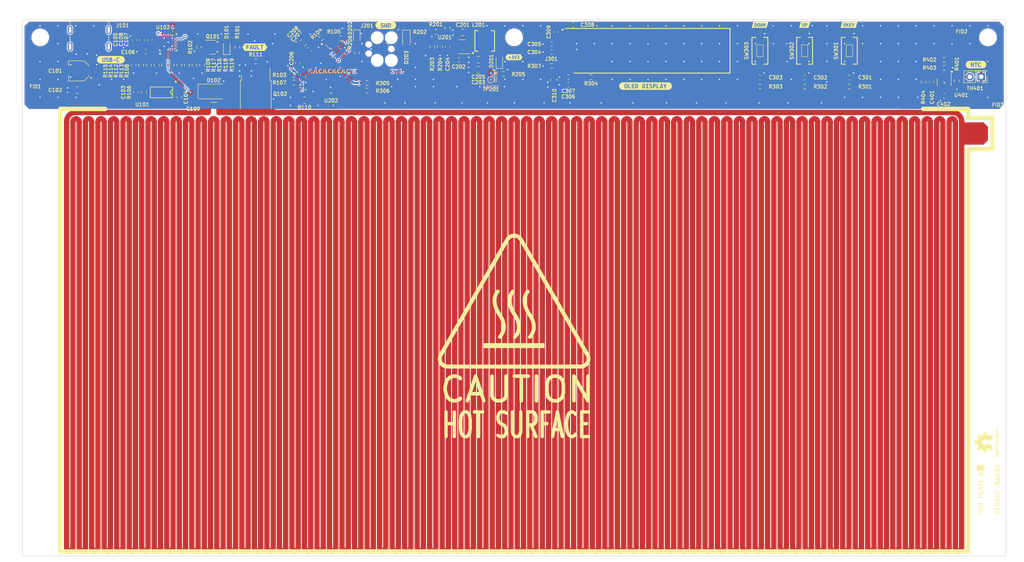
<source format=kicad_pcb>
(kicad_pcb (version 20221018) (generator pcbnew)
  (title_block (title "HOT PLATE") (date "2023-08-13") (rev "A"))
  (layers (0 "F.Cu" signal) (31 "B.Cu" signal) (34 "B.Paste" user) (35 "F.Paste" user) (36 "B.SilkS" user "B.Silkscreen") (37 "F.SilkS" user "F.Silkscreen") (38 "B.Mask" user) (39 "F.Mask" user) (44 "Edge.Cuts" user))
  (net 0 "")
  (net 1 "VDD")
  (net 2 "GND")
  (net 3 "+1V8")
  (net 4 "VBUS")
  (net 5 "Net-(U101A-G1)")
  (net 6 "Net-(J301-VDDB)")
  (net 7 "Net-(J301-VCC)")
  (net 8 "Net-(J301-C2P)")
  (net 9 "BTN_OKEY")
  (net 10 "Net-(J301-C2N)")
  (net 11 "Net-(J301-C1P)")
  (net 12 "Net-(J301-C1N)")
  (net 13 "Net-(J301-VCOMH)")
  (net 14 "PD_FLIP")
  (net 15 "PD_SCL")
  (net 16 "PD_SDA")
  (net 17 "Net-(D101-K)")
  (net 18 "Net-(D101-A)")
  (net 19 "PD_HPI")
  (net 21 "/BUS_HEATSINK")
  (net 22 "SWDIO")
  (net 23 "~{RST}")
  (net 24 "SWCLK")
  (net 25 "/MCU/BOOST")
  (net 26 "+3V3")
  (net 27 "/MCU/SW")
  (net 29 "~{RSTn}_OLED")
  (net 30 "SCL_OLED")
  (net 31 "SDA_OLED")
  (net 32 "Net-(J301-IREF)")
  (net 33 "PD_SAFE")
  (net 34 "/MCU/FB")
  (net 35 "Net-(U101A-S1)")
  (net 39 "GATE_HEATER")
  (net 40 "Net-(U401-+)")
  (net 41 "Net-(U401--)")
  (net 42 "TEMP")
  (net 43 "Net-(D202-A)")
  (net 44 "Net-(D203-A)")
  (net 46 "/MCU/+3V3_EN")
  (net 48 "BTN_UP")
  (net 49 "BTN_DOWN")
  (net 57 "Net-(Q102-G)")
  (net 58 "/VBUS_EN")
  (net 59 "/VBUS_MAX")
  (net 60 "/VBUS_MIN")
  (net 61 "/ISNK_COARSE")
  (net 62 "/ISNK_FINE")
  (net 63 "/CC1")
  (net 64 "/CC2")
  (net 65 "/LED_FAULT")
  (net 66 "/SAFE")
  (net 74 "Net-(D201-K)")
  (net 75 "Net-(U202-PA15)")
  (footprint "Resistor_SMD:R_0603_1608Metric_Pad0.98x0.95mm_HandSolder" (layer "F.Cu") (at 142.6 47.2)
    (fp_text reference "R205")
    (fp_text value "1k")
  )
  (footprint "Capacitor_SMD:C_0805_2012Metric_Pad1.18x1.45mm_HandSolder" (layer "F.Cu") (at 97.8 40.2 -135)
    (fp_text reference "C208")
    (fp_text value "4u7")
  )
  (footprint "kibuzzard-64D5E8FE" (layer "F.Cu") (at 248.3 45.1)
    (fp_text reference "kibuzzard-64D5E8FE" hide)
    (fp_text value "G***" hide)
  )
  (footprint "Resistor_SMD:R_0603_1608Metric_Pad0.98x0.95mm_HandSolder" (layer "F.Cu") (at 162.2 47.9 180)
    (fp_text reference "R304")
    (fp_text value "2k2")
  )
  (footprint "Resistor_SMD:R_0603_1608Metric_Pad0.98x0.95mm_HandSolder" (layer "F.Cu") (at 65 45.2 -90)
    (fp_text reference "R113")
    (fp_text value "2k2")
  )
  (footprint "kibuzzard-64D50885" (layer "F.Cu") (at 174.4 49.9)
    (fp_text reference "kibuzzard-64D50885" hide)
    (fp_text value "G***" hide)
  )
  (footprint "Resistor_SMD:R_0603_1608Metric_Pad0.98x0.95mm_HandSolder" (layer "F.Cu") (at 66.7 45.2 90)
    (fp_text reference "R108")
    (fp_text value "1k")
  )
  (footprint "Capacitor_SMD:C_0603_1608Metric_Pad1.08x0.95mm_HandSolder" (layer "F.Cu") (at 132.6 44)
    (fp_text reference "C202")
    (fp_text value "100n")
  )
  (footprint "Diode_SMD:D_SOD-323_HandSoldering" (layer "F.Cu") (at 120.9 39.4 -90)
    (fp_text reference "D203")
    (fp_text value "D_Schottky")
  )
  (footprint "kibuzzard-64D73B89" (layer "F.Cu") (at 219.9 36.2)
    (fp_text reference "kibuzzard-64D73B89" hide)
    (fp_text value "G***" hide)
  )
  (footprint "Resistor_SMD:R_0603_1608Metric_Pad0.98x0.95mm_HandSolder" (layer "F.Cu") (at 244 48.7 -90)
    (fp_text reference "R401")
    (fp_text value "280")
  )
  (footprint "Package_TO_SOT_SMD:SOT-23" (layer "F.Cu") (at 77.6 41.2)
    (fp_text reference "Q101")
    (fp_text value "2N7002")
  )
  (footprint "Capacitor_SMD:C_0805_2012Metric_Pad1.18x1.45mm_HandSolder" (layer "F.Cu") (at 153.9 48.5 -90)
    (fp_text reference "C310")
    (fp_text value "4u7")
  )
  (footprint "Resistor_SMD:R_0603_1608Metric_Pad0.98x0.95mm_HandSolder" (layer "F.Cu") (at 95.7 47.4 180)
    (fp_text reference "R103")
    (fp_text value "2k2")
  )
  (footprint "LED_SMD:LED_0603_1608Metric_Pad1.05x0.95mm_HandSolder" (layer "F.Cu") (at 109.8 39 -90)
    (fp_text reference "D202")
    (fp_text value "RED")
  )
  (footprint "Capacitor_SMD:C_0603_1608Metric_Pad1.08x0.95mm_HandSolder" (layer "F.Cu") (at 130.1 41.1 -90)
    (fp_text reference "C204")
    (fp_text value "100n")
  )
  (footprint "" (layer "F.Cu") (at 251 54)
    (fp_text reference "")
    (fp_text value "")
  )
  (footprint "kibuzzard-64D63906" (layer "F.Cu") (at 116.3 36.3)
    (fp_text reference "kibuzzard-64D63906" hide)
    (fp_text value "G***" hide)
  )
  (footprint "Resistor_SMD:R_0603_1608Metric_Pad0.98x0.95mm_HandSolder" (layer "F.Cu") (at 59.9 45.2 -90)
    (fp_text reference "R115")
    (fp_text value "2k2")
  )
  (footprint "Resistor_SMD:R_0603_1608Metric_Pad0.98x0.95mm_HandSolder" (layer "F.Cu") (at 241.2 45.8)
    (fp_text reference "R403")
    (fp_text value "5k4")
  )
  (footprint "Package_TO_SOT_SMD:TSOT-23-6" (layer "F.Cu") (at 133.4 41.1 180)
    (fp_text reference "U201")
    (fp_text value "AP62300TWU")
  )
  (footprint "Capacitor_SMD:C_0603_1608Metric_Pad1.08x0.95mm_HandSolder" (layer "F.Cu") (at 60.1 39.6 90)
    (fp_text reference "C105")
    (fp_text value "1u")
  )
  (footprint "Resistor_SMD:R_0603_1608Metric_Pad0.98x0.95mm_HandSolder" (layer "F.Cu") (at 126.7 41.1 90)
    (fp_text reference "R203")
    (fp_text value "33k")
  )
  (footprint "Resistor_SMD:R_0603_1608Metric_Pad0.98x0.95mm_HandSolder" (layer "F.Cu") (at 71.8 45.2 90)
    (fp_text reference "R116")
    (fp_text value "5k1")
  )
  (footprint "Resistor_SMD:R_0603_1608Metric_Pad0.98x0.95mm_HandSolder" (layer "F.Cu") (at 68.4 45.2 90)
    (fp_text reference "R109")
    (fp_text value "2k2")
  )
  (footprint "Capacitor_SMD:C_0603_1608Metric_Pad1.08x0.95mm_HandSolder" (layer "F.Cu") (at 158.2 36.2)
    (fp_text reference "C308")
    (fp_text value "1u")
  )
  (footprint "Capacitor_SMD:C_0603_1608Metric_Pad1.08x0.95mm_HandSolder" (layer "F.Cu") (at 200 48)
    (fp_text reference "C303")
    (fp_text value "1u")
  )
  (footprint "Capacitor_SMD:C_0805_2012Metric_Pad1.18x1.45mm_HandSolder" (layer "F.Cu") (at 133.5 37.9 180)
    (fp_text reference "C201")
    (fp_text value "4u7")
  )
  (footprint "Resistor_SMD:R_0603_1608Metric_Pad0.98x0.95mm_HandSolder" (layer "F.Cu") (at 73.5 45.2 90)
    (fp_text reference "R118")
    (fp_text value "5k1")
  )
  (footprint "MountingHole:MountingHole_3.5mm" (layer "F.Cu") (at 39 39)
    (fp_text reference "REF**" hide)
    (fp_text value "MountingHole_3.5mm")
  )
  (footprint "Package_QFP:LQFP-32_7x7mm_P0.8mm" (layer "F.Cu") (at 104 46.5 -45)
    (fp_text reference "U202")
    (fp_text value "STM32G030K8T6")
  )
  (footprint "MountingHole:MountingHole_3.5mm" (layer "F.Cu") (at 39 151)
    (fp_text reference "REF**" hide)
    (fp_text value "MountingHole_3.5mm")
  )
  (footprint "Resistor_SMD:R_0603_1608Metric_Pad0.98x0.95mm_HandSolder" (layer "F.Cu") (at 101.8 39.2 45)
    (fp_text reference "R104")
    (fp_text value "2k2")
  )
  (footprint "Capacitor_SMD:C_0603_1608Metric_Pad1.08x0.95mm_HandSolder" (layer "F.Cu") (at 153.4 40.5 180)
    (fp_text reference "C305")
    (fp_text value "1u")
  )
  (footprint "Capacitor_SMD:C_0603_1608Metric_Pad1.08x0.95mm_HandSolder" (layer "F.Cu") (at 99.3 41.7 -135)
    (fp_text reference "C207")
    (fp_text value "100n")
  )
  (footprint "LOGO" (layer "F.Cu") (at 145 98)
    (fp_text reference "G***" hide)
    (fp_text value "LOGO" hide)
  )
  (footprint "Footprints:SW_Push_1P1T_NO_3.5x8mm_H3mm" (layer "F.Cu") (at 220 42 90)
    (fp_text reference "SW301")
    (fp_text value "SW_Push")
  )
  (footprint "Capacitor_SMD:C_1210_3225Metric_Pad1.33x2.70mm_HandSolder" (layer "F.Cu") (at 77.8 54.9)
    (fp_text reference "C109")
    (fp_text value "100n")
  )
  (footprint "Resistor_SMD:R_0603_1608Metric_Pad0.98x0.95mm_HandSolder" (layer "F.Cu") (at 153.4 45.4 180)
    (fp_text reference "R307")
    (fp_text value "820k")
  )
  (footprint "Resistor_SMD:R_0603_1608Metric_Pad0.98x0.95mm_HandSolder" (layer "F.Cu") (at 63.3 45.2 90)
    (fp_text reference "R112")
    (fp_text value "5k1")
  )
  (footprint "Capacitor_SMD:C_0805_2012Metric_Pad1.18x1.45mm_HandSolder" (layer "F.Cu") (at 137 44 180)
    (fp_text reference "C205")
    (fp_text value "4u7")
  )
  (footprint "Resistor_SMD:R_0603_1608Metric_Pad0.98x0.95mm_HandSolder" (layer "F.Cu") (at 95.7 49.1 180)
    (fp_text reference "R107")
    (fp_text value "2k2")
  )
  (footprint "kibuzzard-64D73B55" (layer "F.Cu") (at 200 36.2)
    (fp_text reference "kibuzzard-64D73B55" hide)
    (fp_text value "G***" hide)
  )
  (footprint "Package_TO_SOT_SMD:SOT-23-5" (layer "F.Cu") (at 241.2 49 -90)
    (fp_text reference "U401")
    (fp_text value "LM321LV")
  )
  (footprint "Resistor_SMD:R_0603_1608Metric_Pad0.98x0.95mm_HandSolder" (layer "F.Cu") (at 109.8 42.5 90)
    (fp_text reference "R206")
    (fp_text value "1k")
  )
  (footprint "Footprints:L_4.2x4.4_H2" (layer "F.Cu") (at 138.4 39.8 -90)
    (fp_text reference "L201")
    (fp_text value "10u")
  )
  (footprint "Capacitor_SMD:CP_Elec_4x5.4" (layer "F.Cu") (at 47.6 46.5 180)
    (fp_text reference "C101")
    (fp_text value "10u")
  )
  (footprint "Connector_PinHeader_2.54mm:PinHeader_2x01_P2.54mm_Vertical" (layer "F.Cu") (at 249.475 47.8 180)
    (fp_text reference "TH401")
    (fp_text value "Thermistor_NTC")
  )
  (footprint "Capacitor_SMD:C_0603_1608Metric_Pad1.08x0.95mm_HandSolder" (layer "F.Cu") (at 154.3 37.8 -90)
    (fp_text reference "C309")
    (fp_text value "1u")
  )
  (footprint "Capacitor_SMD:C_0603_1608Metric_Pad1.08x0.95mm_HandSolder" (layer "F.Cu") (at 157.1 49.6 180)
    (fp_text reference "C306")
    (fp_text value "1u")
  )
  (footprint "kibuzzard-64D73C73" (layer "F.Cu") (at 144.95 43.45)
    (fp_text reference "kibuzzard-64D73C73" hide)
    (fp_text value "G***" hide)
  )
  (footprint "kibuzzard-64D50818" (layer "F.Cu") (at 54.8 44)
    (fp_text reference "kibuzzard-64D50818" hide)
    (fp_text value "G***" hide)
  )
  (footprint "Footprints:SW_Push_1P1T_NO_3.5x8mm_H3mm" (layer "F.Cu") (at 210 42 90)
    (fp_text reference "SW302")
    (fp_text value "SW_Push")
  )
  (footprint "Footprints:U262-061N-4BVC11" (layer "F.Cu") (at 50 41.59 180)
    (fp_text reference "J101")
    (fp_text value "USB_C_Receptacle_PowerOnly_6P")
  )
  (footprint "LED_SMD:LED_0603_1608Metric_Pad1.05x0.95mm_HandSolder" (layer "F.Cu") (at 141.7 44.3 90)
    (fp_text reference "D201")
    (fp_text value "RED")
  )
  (footprint "Resistor_SMD:R_0603_1608Metric_Pad0.98x0.95mm_HandSolder" (layer "F.Cu") (at 210 50 180)
    (fp_text reference "R302")
    (fp_text value "2k2")
  )
  (footprint "Capacitor_SMD:C_0603_1608Metric_Pad1.08x0.95mm_HandSolder" (layer "F.Cu") (at 70.1 52.4 90)
    (fp_text reference "C104")
    (fp_text value "1u")
  )
  (footprint "Resistor_SMD:R_0603_1608Metric_Pad0.98x0.95mm_HandSolder" (layer "F.Cu") (at 106.2 39.2 180)
    (fp_text reference "R105")
    (fp_text value "2k2")
  )
  (footprint "Symbol:OSHW-Logo2_7.3x6mm_SilkScreen" (layer "F.Cu") (at 250.8 129.6 90)
    (fp_text reference "REF**" hide)
    (fp_text value "OSHW-Logo2_7.3x6mm_SilkScreen" hide)
  )
  (footprint "Footprints:SW_Push_1P1T_NO_3.5x8mm_H3mm" (layer "F.Cu") (at 200 42 90)
    (fp_text reference "SW303")
    (fp_text value "SW_Push")
  )
  (footprint "Fiducial:Fiducial_0.5mm_Mask1mm" (layer "F.Cu") (at 40 50)
    (fp_text reference "FID1")
    (fp_text value "Fiducial_0.5mm_Mask1mm")
  )
  (footprint "Capacitor_SMD:C_0805_2012Metric_Pad1.18x1.45mm_HandSolder" (layer "F.Cu") (at 137 46.3 180)
    (fp_text reference "C203")
    (fp_text value "4u7")
  )
  (footprint "Capacitor_SMD:C_0603_1608Metric_Pad1.08x0.95mm_HandSolder" (layer "F.Cu") (at 61.8 39.6 90)
    (fp_text reference "C108")
    (fp_text value "100n")
  )
  (footprint "Resistor_SMD:R_0603_1608Metric_Pad0.98x0.95mm_HandSolder" (layer "F.Cu") (at 75.2 45.2 -90)
    (fp_text reference "R119")
    (fp_text value "0")
  )
  (footprint "Resistor_SMD:R_0603_1608Metric_Pad0.98x0.95mm_HandSolder" (layer "F.Cu") (at 130.1 36.9 -90)
    (fp_text reference "R201")
    (fp_text value "10k")
  )
  (footprint "kibuzzard-64D5DEAF" (layer "F.Cu") (at 87 41.2)
    (fp_text reference "kibuzzard-64D5DEAF" hide)
    (fp_text value "G***" hide)
  )
  (footprint "Resistor_SMD:R_0603_1608Metric_Pad0.98x0.95mm_HandSolder" (layer "F.Cu") (at 127.5 37.8 180)
    (fp_text reference "R202")
    (fp_text value "10k")
  )
  (footprint "MountingHole:MountingHole_3.5mm" (layer "F.Cu") (at 145 39)
    (fp_text reference "REF**" hide)
    (fp_text value "MountingHole_3.5mm")
  )
  (footprint "Capacitor_SMD:C_0805_2012Metric_Pad1.18x1.45mm_HandSolder" (layer "F.Cu") (at 47.3 50.8 180)
    (fp_text reference "C102")
    (fp_text value "4u7")
  )
  (footprint "MountingHole:MountingHole_3.5mm" (layer "F.Cu") (at 251 151)
    (fp_text reference "REF**" hide)
    (fp_text value "MountingHole_3.5mm")
  )
  (footprint "LED_SMD:LED_0603_1608Metric_Pad1.05x0.95mm_HandSolder" (layer "F.Cu") (at 80.7 41.2 90)
    (fp_text reference "D101")
    (fp_text value "RED")
  )
  (footprint "Resistor_SMD:R_0603_1608Metric_Pad0.98x0.95mm_HandSolder" (layer "F.Cu") (at 236.6 49 -90)
    (fp_text reference "R404")
    (fp_text value "1k5")
  )
  (footprint "Resistor_SMD:R_0603_1608Metric_Pad0.98x0.95mm_HandSolder" (layer "F.Cu") (at 74.5 41.2 -90)
    (fp_text reference "R102")
    (fp_text value "5k1")
  )
  (footprint "Connector:Tag-Connect_TC2030-IDC-FP_2x03_P1.27mm_Vertical" (layer "F.Cu") (at 115 41.6 180)
    (fp_text reference "J201")
    (fp_text value "Conn_ARM_SWD_TagConnect_TC2030")
  )
  (footprint "Diode_SMD:D_SMA" (layer "F.Cu") (at 77.8 51.1)
    (fp_text reference "D102")
    (fp_text value "D_Schottky")
  )
  (footprint "MountingHole:MountingHole_3.5mm" (layer "F.Cu") (at 251 39)
    (fp_text reference "REF**" hide)
    (fp_text value "MountingHole_3.5mm")
  )
  (footprint "Capacitor_SMD:C_0603_1608Metric_Pad1.08x0.95mm_HandSolder" (layer "F.Cu") (at 96.6 44.7 -90)
    (fp_text reference "C206")
    (fp_text value "100n")
  )
  (footprint "Capacitor_SMD:C_0603_1608Metric_Pad1.08x0.95mm_HandSolder" (layer "F.Cu") (at 62.6 42.2 180)
    (fp_text reference "C106")
    (fp_text value "1u")
  )
  (footprint "Resistor_SMD:R_0603_1608Metric_Pad0.98x0.95mm_HandSolder" (layer "F.Cu") (at 83.1 41.2 90)
    (fp_text reference "R101")
    (fp_text value "1k")
  )
  (footprint "" (layer "F.Cu") (at 245 39)
    (fp_text reference "")
    (fp_text value "")
  )
  (footprint "kibuzzard-64D73B79" (layer "F.Cu") (at 210 36.195555)
    (fp_text reference "kibuzzard-64D73B79" hide)
    (fp_text value "G***" hide)
  )
  (footprint "Resistor_SMD:R_0603_1608Metric_Pad0.98x0.95mm_HandSolder" (layer "F.Cu") (at 112.1 50.9)
    (fp_text reference "R306")
    (fp_text value "2k2")
  )
  (footprint "Resistor_SMD:R_0603_1608Metric_Pad0.98x0.95mm_HandSolder" (layer "F.Cu") (at 62.2 51.3 90)
    (fp_text reference "R106")
    (fp_text value "5k1")
  )
  (footprint "Capacitor_SMD:C_0603_1608Metric_Pad1.08x0.95mm_HandSolder" (layer "F.Cu") (at 153.4 42.3 180)
    (fp_text reference "C304")
    (fp_text value "1u")
  )
  (footprint "Footprints:PG-VQFN-24" (layer "F.Cu") (at 67.6 40.1 90)
    (fp_text reference "U102")
    (fp_text value "CYPD3177")
  )
  (footprint "Resistor_SMD:R_0603_1608Metric_Pad0.98x0.95mm_HandSolder" (layer "F.Cu") (at 70.1 45.2 -90)
    (fp_text reference "R117")
    (fp_text value "5k1")
  )
  (footprint "Resistor_SMD:R_0603_1608Metric_Pad0.98x0.95mm_HandSolder" (layer "F.Cu") (at 61.6 45.2 90)
    (fp_text reference "R114")
    (fp_text value "5k1")
  )
  (footprint "Resistor_SMD:R_0603_1608Metric_Pad0.98x0.95mm_HandSolder" (layer "F.Cu") (at 87.2 44.4 180)
    (fp_text reference "R111")
    (fp_text value "5k1")
  )
  (footprint "Footprints:UG-9616TSWCG02" (layer "F.Cu") (at 157.3 42)
    (fp_text reference "J301")
    (fp_text value "OLED UG-9616TSWCG02")
  )
  (footprint "Resistor_SMD:R_0603_1608Metric_Pad0.98x0.95mm_HandSolder" (layer "F.Cu") (at 241.2 44 180)
    (fp_text reference "R402")
    (fp_text value "8k2")
  )
  (footprint "Capacitor_SMD:C_0603_1608Metric_Pad1.08x0.95mm_HandSolder" (layer "F.Cu") (at 210 48)
    (fp_text reference "C302")
    (fp_text value "1u")
  )
  (footprint "Capacitor_SMD:C_0603_1608Metric_Pad1.08x0.95mm_HandSolder" (layer "F.Cu") (at 157.1 47.9 180)
    (fp_text reference "C307")
    (fp_text value "1u")
  )
  (footprint "Capacitor_SMD:C_0603_1608Metric_Pad1.08x0.95mm_HandSolder" (layer "F.Cu") (at 238.4 49 90)
    (fp_text reference "C401")
    (fp_text value "100n")
  )
  (footprint "Resistor_SMD:R_0603_1608Metric_Pad0.98x0.95mm_HandSolder" (layer "F.Cu") (at 220 50 180)
    (fp_text reference "R301")
    (fp_text value "2k2")
  )
  (footprint "Resistor_SMD:R_0805_2012Metric_Pad1.20x1.40mm_HandSolder" (layer "F.Cu") (at 98.1 53.1 180)
    (fp_text reference "R110")
    (fp_text value "150")
  )
  (footprint "Resistor_SMD:R_0603_1608Metric_Pad0.98x0.95mm_HandSolder" (layer "F.Cu") (at 128.4 41.1 -90)
    (fp_text reference "R204")
    (fp_text value "10k")
  )
  (footprint "Package_TO_SOT_SMD:TO-252-2" (layer "F.Cu") (at 87.2 51.94 -90)
    (fp_text reference "Q102")
    (fp_text value "NMOS_ALT")
  )
  (footprint "Resistor_SMD:R_0603_1608Metric_Pad0.98x0.95mm_HandSolder" (layer "F.Cu") (at 112.1 49.2)
    (fp_text reference "R305")
    (fp_text value "2k2")
  )
  (footprint "Capacitor_SMD:C_0603_1608Metric_Pad1.08x0.95mm_HandSolder" (layer "F.Cu") (at 63.5 39.6 90)
    (fp_text reference "C107")
    (fp_text value "100n")
  )
  (footprint "Capacitor_SMD:C_0603_1608Metric_Pad1.08x0.95mm_HandSolder" (layer "F.Cu") (at 241.2 52.1)
    (fp_text reference "C402")
    (fp_text value "100n")
  )
  (footprint "Footprints:SOIC-8" (layer "F.Cu") (at 66.1 51.3 180)
    (fp_text reference "U101")
    (fp_text value "IRF9358TRPBF")
  )
  (footprint "Capacitor_SMD:C_0603_1608Metric_Pad1.08x0.95mm_HandSolder" (layer "F.Cu") (at 60.4 51.3 90)
    (fp_text reference "C103")
    (fp_text value "1u")
  )
  (footprint "Resistor_SMD:R_0603_1608Metric_Pad0.98x0.95mm_HandSolder" (layer "F.Cu") (at 200 50 180)
    (fp_text reference "R303")
    (fp_text value "2k2")
  )
  (footprint "Capacitor_SMD:C_0603_1608Metric_Pad1.08x0.95mm_HandSolder" (layer "F.Cu") (at 220 48)
    (fp_text reference "C301")
    (fp_text value "1u")
  )
  (footprint "Footprints:TestPoint_Pad_D1.0mm_DUAL" (layer "F.Cu") (at 139.788164 47.75 90)
    (fp_text reference "TP201")
    (fp_text value "TestPoint_2Pole")
  )
  (gr_rect (start 248.6 134.7) (end 250.1 136) (stroke (width 0.15)) (fill solid) (layer "F.SilkS"))
  (gr_line (start 252 57) (end 252 64) (stroke (width 1)) (layer "F.SilkS"))
  (gr_line (start 43.5 55) (end 43.5 154) (stroke (width 1)) (layer "F.SilkS"))
  (gr_circle (center 155.8 37.3) (end 155.95 37.3) (stroke (width 0.15)) (fill solid) (layer "F.SilkS"))
  (gr_line (start 43.5 55) (end 53.5 55) (stroke (width 1)) (layer "F.SilkS"))
  (gr_circle (center 135.8 42.5) (end 135.95 42.5) (stroke (width 0.15)) (fill solid) (layer "F.SilkS"))
  (gr_line (start 43.5 154) (end 246.5 154) (stroke (width 1)) (layer "F.SilkS"))
  (gr_line (start 246.5 57) (end 252 57) (stroke (width 1)) (layer "F.SilkS"))
  (gr_line (start 246.5 154) (end 246.5 64) (stroke (width 1)) (layer "F.SilkS"))
  (gr_line (start 246.5 64) (end 252 64) (stroke (width 1)) (layer "F.SilkS"))
  (gr_circle (center 242.9 46.7) (end 243.05 46.7) (stroke (width 0.15)) (fill solid) (layer "F.SilkS"))
  (gr_circle (center 69.3 48.9) (end 69.45 48.9) (stroke (width 0.15)) (fill solid) (layer "F.SilkS"))
  (gr_line (start 246.5 55) (end 236.5 55) (stroke (width 1)) (layer "F.SilkS"))
  (gr_circle (center 102 40.5) (end 102.15 40.5) (stroke (width 0.15)) (fill solid) (layer "F.SilkS"))
  (gr_line (start 246.5 57) (end 246.5 55) (stroke (width 1)) (layer "F.SilkS"))
  (gr_rect (start 35 35) (end 255 155) (stroke (width 0.1)) (fill none) (layer "Edge.Cuts"))
  (gr_text "CAUTION" (at 128 121) (layer "F.SilkS") (effects (font (size 5.5 5.5) (thickness 0.8)) (justify left bottom)))
  (gr_text "HOT PLATE A" (at 250 145.9 90) (layer "F.SilkS") (effects (font (size 1 1)) (justify left bottom)))
  (gr_text "FID2" (at 245.1 37.7) (layer "F.SilkS") (effects (font (size 0.8 0.8))))
  (gr_text "FID3" (at 253.2 54.1) (layer "F.SilkS") (effects (font (size 0.8 0.8))))
  (gr_text "SERGIO IBARRA" (at 253.8 145.9 90) (layer "F.SilkS") (effects (font (size 1 1)) (justify left bottom)))
  (gr_text "JLCJLCJLCJLC" (at 99.875162 47.058679) (layer "F.SilkS") (effects (font (size 0.8 0.8) (thickness 0.15) bold) (justify left bottom)))
  (gr_text "HOT SURFACE" (at 128.5 129) (layer "F.SilkS") (effects (font (size 5.5 3.25) (thickness 0.75)) (justify left bottom)))
  (segment (start 65.65 40.85) (end 63.8875 40.85) (width 0.25) (layer "F.Cu") (net 1))
  (segment (start 60.1 40.4625) (end 61.8 40.4625) (width 0.5) (layer "F.Cu") (net 1))
  (segment (start 61.8 40.4625) (end 63.5 40.4625) (width 0.5) (layer "F.Cu") (net 1))
  (segment (start 63.8875 40.85) (end 63.5 40.4625) (width 0.25) (layer "F.Cu") (net 1))
  (segment (start 65.65 38.85) (end 66.3 38.85) (width 0.25) (layer "F.Cu") (net 2))
  (segment (start 99.149726 46.503464) (end 99.621964 46.503464) (width 0.2) (layer "F.Cu") (net 2))
  (segment (start 113 41.6) (end 113.635 40.965) (width 0.5) (layer "F.Cu") (net 2))
  (segment (start 74.5 42.1125) (end 73.5125 42.1125) (width 0.5) (layer "F.Cu") (net 2))
  (segment (start 97.8 45.7) (end 96.7375 45.7) (width 0.5) (layer "F.Cu") (net 2))
  (segment (start 70.1 47.081468) (end 70.1 46.1125) (width 0.5) (layer "F.Cu") (net 2))
  (segment (start 75.2 46.1125) (end 75.2 47) (width 0.5) (layer "F.Cu") (net 2))
  (segment (start 76.6625 42.15) (end 74.5375 42.15) (width 0.5) (layer "F.Cu") (net 2))
  (segment (start 59.9 46.1125) (end 59.9 47) (width 0.5) (layer "F.Cu") (net 2))
  (segment (start 96.7375 45.7) (end 96.6 45.5625) (width 0.5) (layer "F.Cu") (net 2))
  (segment (start 97.313863 40.933623) (end 98.69012 42.30988) (width 0.5) (layer "F.Cu") (net 2))
  (segment (start 99.244194 42.30988) (end 98.69012 42.30988) (width 0.5) (layer "F.Cu") (net 2))
  (segment (start 96.2 40.002536) (end 97.066377 40.868913) (width 0.5) (layer "F.Cu") (net 2))
  (segment (start 63.5 38.7375) (end 61.8 38.7375) (width 0.5) (layer "F.Cu") (net 2))
  (segment (start 65.65 38.85) (end 65 38.85) (width 0.25) (layer "F.Cu") (net 2))
  (segment (start 60.1 38.7375) (end 61.8 38.7375) (width 0.5) (layer "F.Cu") (net 2))
  (segment (start 158.99 41.69) (end 159 41.7) (width 0.2) (layer "F.Cu") (net 2))
  (segment (start 73.5125 42.1125) (end 73.5 42.1) (width 0.5) (layer "F.Cu") (net 2))
  (segment (start 100.764986 43.830672) (end 99.244194 42.30988) (width 0.5) (layer "F.Cu") (net 2))
  (segment (start 65.65 40.35) (end 66.3 40.35) (width 0.25) (layer "F.Cu") (net 2))
  (segment (start 65.65 40.35) (end 64.85 40.35) (width 0.25) (layer "F.Cu") (net 2))
  (segment (start 65 46.1125) (end 65 47) (width 0.5) (layer "F.Cu") (net 2))
  (segment (start 49.5 41.59) (end 49.5 42.7) (width 0.5) (layer "F.Cu") (net 2))
  (segment (start 157.3 41.69) (end 158.99 41.69) (width 0.4) (layer "F.Cu") (net 2))
  (segment (start 59.1375 38.7375) (end 60.1 38.7375) (width 0.5) (layer "F.Cu") (net 2))
  (segment (start 96.2 40) (end 96.2 40.002536) (width 0.5) (layer "F.Cu") (net 2))
  (segment (start 113.635 40.965) (end 113.73 40.965) (width 0.5) (layer "F.Cu") (net 2))
  (segment (start 97.066377 40.933623) (end 97.313863 40.933623) (width 0.5) (layer "F.Cu") (net 2))
  (segment (start 97.066377 40.868913) (end 97.066377 40.933623) (width 0.5) (layer "F.Cu") (net 2))
  (segment (start 74.5375 42.15) (end 74.5 42.1125) (width 0.5) (layer "F.Cu") (net 2))
  (via (at 118.95 48.4025) (size 0.7) (drill 0.3) (layers "F.Cu" "B.Cu") (net 2))
  (via (at 170.95 48.4025) (size 0.7) (drill 0.3) (layers "F.Cu" "B.Cu") (net 2))
  (via (at 134.85 45.75) (size 0.7) (drill 0.3) (layers "F.Cu" "B.Cu") (net 2))
  (via (at 49.5 42.7) (size 0.7) (drill 0.3) (layers "F.Cu" "B.Cu") (net 2))
  (via (at 230.95 52.4025) (size 0.7) (drill 0.3) (layers "F.Cu" "B.Cu") (net 2))
  (via (at 110.808798 38.132997) (size 0.7) (drill 0.3) (layers "F.Cu" "B.Cu") (net 2))
  (via (at 155.15 49.6) (size 0.7) (drill 0.3) (layers "F.Cu" "B.Cu") (net 2))
  (via (at 206.05 40.4) (size 0.7) (drill 0.3) (layers "F.Cu" "B.Cu") (net 2))
  (via (at 100.65 45.8) (size 0.7) (drill 0.3) (layers "F.Cu" "B.Cu") (net 2))
  (via (at 210.95 44.4025) (size 0.7) (drill 0.3) (layers "F.Cu" "B.Cu") (net 2))
  (via (at 42.95 40.4025) (size 0.7) (drill 0.3) (layers "F.Cu" "B.Cu") (net 2))
  (via (at 200.896585 46.970244) (size 0.7) (drill 0.3) (layers "F.Cu" "B.Cu") (net 2))
  (via (at 74.206918 38.25) (size 0.7) (drill 0.3) (layers "F.Cu" "B.Cu") (net 2))
  (via (at 182.95 36.4025) (size 0.7) (drill 0.3) (layers "F.Cu" "B.Cu") (net 2))
  (via (at 54.95 48.4025) (size 0.7) (drill 0.3) (layers "F.Cu" "B.Cu") (net 2))
  (via (at 159 41.7) (size 0.7) (drill 0.3) (layers "F.Cu" "B.Cu") (net 2))
  (via (at 120.6 53.65) (size 0.7) (drill 0.3) (layers "F.Cu" "B.Cu") (net 2))
  (via (at 250.95 52.4025) (size 0.7) (drill 0.3) (layers "F.Cu" "B.Cu") (net 2))
  (via (at 150.95 36.4025) (size 0.7) (drill 0.3) (layers "F.Cu" "B.Cu") (net 2))
  (via (at 59.1375 38.7375) (size 0.7) (drill 0.3) (layers "F.Cu" "B.Cu") (net 2))
  (via (at 185.775 53.65) (size 0.7) (drill 0.3) (layers "F.Cu" "B.Cu") (net 2))
  (via (at 78.5 45.2) (size 0.7) (drill 0.3) (layers "F.Cu" "B.Cu") (net 2))
  (via (at 132.175 50.025) (size 0.7) (drill 0.3) (layers "F.Cu" "B.Cu") (net 2))
  (via (at 83.6 45.2) (size 0.7) (drill 0.3) (layers "F.Cu" "B.Cu") (net 2))
  (via (at 99.35 38.3) (size 0.7) (drill 0.3) (layers "F.Cu" "B.Cu") (net 2))
  (via (at 182.95 44.4025) (size 0.7) (drill 0.3) (layers "F.Cu" "B.Cu") (net 2))
  (via (at 166.95 44.4025) (size 0.7) (drill 0.3) (layers "F.Cu" "B.Cu") (net 2))
  (via (at 130.1 43.05) (size 0.7) (drill 0.3) (layers "F.Cu" "B.Cu") (net 2))
  (via (at 230.95 44.4025) (size 0.7) (drill 0.3) (layers "F.Cu" "B.Cu") (net 2))
  (via (at 83.6 47.7) (size 0.7) (drill 0.3) (layers "F.Cu" "B.Cu") (net 2))
  (via (at 57.675 48.375) (size 0.7) (drill 0.3) (layers "F.Cu" "B.Cu") (net 2))
  (via (at 178.95 40.4025) (size 0.7) (drill 0.3) (layers "F.Cu" "B.Cu") (net 2))
  (via (at 222.95 40.4025) (size 0.7) (drill 0.3) (layers "F.Cu" "B.Cu") (net 2))
  (via (at 85.475 38.25) (size 0.7) (drill 0.3) (layers "F.Cu" "B.Cu") (net 2))
  (via (at 151.45 40.5) (size 0.7) (drill 0.3) (layers "F.Cu" "B.Cu") (net 2))
  (via (at 199.75 53.65) (size 0.7) (drill 0.3) (layers "F.Cu" "B.Cu") (net 2))
  (via (at 162.95 40.4025) (size 0.7) (drill 0.3) (layers "F.Cu" "B.Cu") (net 2))
  (via (at 218.95 44.4025) (size 0.7) (drill 0.3) (layers "F.Cu" "B.Cu") (net 2))
  (via (at 138.95 36.4025) (size 0.7) (drill 0.3) (layers "F.Cu" "B.Cu") (net 2))
  (via (at 42.95 52.4025) (size 0.7) (drill 0.3) (layers "F.Cu" "B.Cu") (net 2))
  (via (at 100.025 51.075) (size 0.7) (drill 0.3) (layers "F.Cu" "B.Cu") (net 2))
  (via (at 190.95 44.4025) (size 0.7) (drill 0.3) (layers "F.Cu" "B.Cu") (net 2))
  (via (at 145.05 53.65) (size 0.7) (drill 0.3) (layers "F.Cu" "B.Cu") (net 2))
  (via (at 201.05 38.15) (size 0.7) (drill 0.3) (layers "F.Cu" "B.Cu") (net 2))
  (via (at 91.2 52.8) (size 0.7) (drill 0.3) (layers "F.Cu" "B.Cu") (net 2))
  (via (at 38.95 44.4025) (size 0.7) (drill 0.3) (layers "F.Cu" "B.Cu") (net 2))
  (via (at 131.3 37.35) (size 0.7) (drill 0.3) (layers "F.Cu" "B.Cu") (net 2))
  (via (at 214.95 44.4025) (size 0.7) (drill 0.3) (layers "F.Cu" "B.Cu") (net 2))
  (via (at 146.95 36.4025) (size 0.7) (drill 0.3) (layers "F.Cu" "B.Cu") (net 2))
  (via (at 242.95 36.4025) (size 0.7) (drill 0.3) (layers "F.Cu" "B.Cu") (net 2))
  (via (at 238.95 40.4025) (size 0.7) (drill 0.3) (layers "F.Cu" "B.Cu") (net 2))
  (via (at 186.95 48.4025) (size 0.7) (drill 0.3) (layers "F.Cu" "B.Cu") (net 2))
  (via (at 186.95 36.4025) (size 0.7) (drill 0.3) (layers "F.Cu" "B.Cu") (net 2))
  (via (at 198.95 44.4025) (size 0.7) (drill 0.3) (layers "F.Cu" "B.Cu") (net 2))
  (via (at 142.825 50.025) (size 0.7) (drill 0.3) (layers "F.Cu" "B.Cu") (net 2))
  (via (at 226.95 36.4025) (size 0.7) (drill 0.3) (layers "F.Cu" "B.Cu") (net 2))
  (via (at 186.95 40.4025) (size 0.7) (drill 0.3) (layers "F.Cu" "B.Cu") (net 2))
  (via (at 42.95 44.4025) (size 0.7) (drill 0.3) (layers "F.Cu" "B.Cu") (net 2))
  (via (at 38.95 48.4025) (size 0.7) (drill 0.3) (layers "F.Cu" "B.Cu") (net 2))
  (via (at 234.95 36.4025) (size 0.7) (drill 0.3) (layers "F.Cu" "B.Cu") (net 2))
  (via (at 59.9 47) (size 0.7) (drill 0.3) (layers "F.Cu" "B.Cu") (net 2))
  (via (at 222.95 52.4025) (size 0.7) (drill 0.3) (layers "F.Cu" "B.Cu") (net 2))
  (via (at 65 47) (size 0.7) (drill 0.3) (layers "F.Cu" "B.Cu") (net 2))
  (via (at 52.2 49.625) (size 0.7) (drill 0.3) (layers "F.Cu" "B.Cu") (net 2))
  (via (at 143.523962 46.22) (size 0.7) (drill 0.3) (layers "F.Cu" "B.Cu") (net 2))
  (via (at 174.95 44.4025) (size 0.7) (drill 0.3) (layers "F.Cu" "B.Cu") (net 2))
  (via (at 38.95 36.4025) (size 0.7) (drill 0.3) (layers "F.Cu" "B.Cu") (net 2))
  (via (at 164.5 53.65) (size 0.7) (drill 0.3) (layers "F.Cu" "B.Cu") (net 2))
  (via (at 134.85 44.6) (size 0.7) (drill 0.3) (layers "F.Cu" "B.Cu") (net 2))
  (via (at 151.45 42.3) (size 0.7) (drill 0.3) (layers "F.Cu" "B.Cu") (net 2))
  (via (at 122.95 48.4025) (size 0.7) (drill 0.3) (layers "F.Cu" "B.Cu") (net 2))
  (via (at 142.95 48.4025) (size 0.7) (drill 0.3) (layers "F.Cu" "B.Cu") (net 2))
  (via (at 174.95 40.4025) (size 0.7) (drill 0.3) (layers "F.Cu" "B.Cu") (net 2))
  (via (at 86.2 47.7) (size 0.7) (drill 0.3) (layers "F.Cu" "B.Cu") (net 2))
  (via (at 163.5 36.4) (size 0.7) (drill 0.3) (layers "F.Cu" "B.Cu") (net 2))
  (via (at 38.95 52.4025) (size 0.7) (drill 0.3) (layers "F.Cu" "B.Cu") (net 2))
  (via (at 240.345021 53.087893) (size 0.7) (drill 0.3) (layers "F.Cu" "B.Cu") (net 2))
  (via (at 142.95 44.4025) (size 0.7) (drill 0.3) (layers "F.Cu" "B.Cu") (net 2))
  (via (at 57.6 41.3) (size 0.7) (drill 0.3) (layers "F.Cu" "B.Cu") (net 2))
  (via (at 206.95 48.4025) (size 0.7) (drill 0.3) (layers "F.Cu" "B.Cu") (net 2))
  (via (at 46.95 52.4025) (size 0.7) (drill 0.3) (layers "F.Cu" "B.Cu") (net 2))
  (via (at 211.05 38.15) (size 0.7) (drill 0.3) (layers "F.Cu" "B.Cu") (net 2))
  (via (at 107.1 41.3) (size 0.7) (drill 0.3) (layers "F.Cu" "B.Cu") (net 2))
  (via (at 210.95 40.4025) (size 0.7) (drill 0.3) (layers "F.Cu" "B.Cu") (net 2))
  (via (at 214.95 36.4025) (size 0.7) (drill 0.3) (layers "F.Cu" "B.Cu") (net 2))
  (via (at 226.95 44.4025) (size 0.7) (drill 0.3) (layers "F.Cu" "B.Cu") (net 2))
  (via (at 142.95 36.4025) (size 0.7) (drill 0.3) (layers "F.Cu" "B.Cu") (net 2))
  (via (at 126.95 50.025) (size 0.7) (drill 0.3) (layers "F.Cu" "B.Cu") (net 2))
  (via (at 73.25 48.175) (size 0.7) (drill 0.3) (layers "F.Cu" "B.Cu") (net 2))
  (via (at 94.378399 45.331787) (size 0.7) (drill 0.3) (layers "F.Cu" "B.Cu") (net 2))
  (via (at 241.195971 49.130099) (size 0.7) (drill 0.3) (layers "F.Cu" "B.Cu") (net 2))
  (via (at 194.95 40.4025) (size 0.7) (drill 0.3) (layers "F.Cu" "B.Cu") (net 2))
  (via (at 51.625 45.075) (size 0.7) (drill 0.3) (layers "F.Cu" "B.Cu") (net 2))
  (via (at 222.95 36.4025) (size 0.7) (drill 0.3) (layers "F.Cu" "B.Cu") (net 2))
  (via (at 155.167927 47.902313) (size 0.7) (drill 0.3) (layers "F.Cu" "B.Cu") (net 2))
  (via (at 170.95 44.4025) (size 0.7) (drill 0.3) (layers "F.Cu" "B.Cu") (net 2))
  (via (at 170.95 40.4025) (size 0.7) (drill 0.3) (layers "F.Cu" "B.Cu") (net 2))
  (via (at 106.1 47.75) (size 0.7) (drill 0.3) (layers "F.Cu" "B.Cu") (net 2))
  (via (at 194.95 44.4025) (size 0.7) (drill 0.3) (layers "F.Cu" "B.Cu") (net 2))
  (via (at 178.95 48.4025) (size 0.7) (drill 0.3) (layers "F.Cu" "B.Cu") (net 2))
  (via (at 60.65 42.2) (size 0.7) (drill 0.3) (layers "F.Cu" "B.Cu") (net 2))
  (via (at 105 43.6) (size 0.7) (drill 0.3) (layers "F.Cu" "B.Cu") (net 2))
  (via (at 242.95 40.4025) (size 0.7) (drill 0.3) (layers "F.Cu" "B.Cu") (net 2))
  (via (at 117.6 50.025) (size 0.7) (drill 0.3) (layers "F.Cu" "B.Cu") (net 2))
  (via (at 86.95 39.8) (size 0.7) (drill 0.3) (layers "F.Cu" "B.Cu") (net 2))
  (via (at 150.95 48.4025) (size 0.7) (drill 0.3) (layers "F.Cu" "B.Cu") (net 2))
  (via (at 102.95 48.4025) (size 0.7) (drill 0.3) (layers "F.Cu" "B.Cu") (net 2))
  (via (at 166.95 48.4025) (size 0.7) (drill 0.3) (layers "F.Cu" "B.Cu") (net 2))
  (via (at 151.45 45.4) (size 0.7) (drill 0.3) (layers "F.Cu" "B.Cu") (net 2))
  (via (at 218.95 40.4025) (size 0.7) (drill 0.3) (layers "F.Cu" "B.Cu") (net 2))
  (via (at 179.1 53.65) (size 0.7) (drill 0.3) (layers "F.Cu" "B.Cu") (net 2))
  (via (at 192.4 53.65) (size 0.7) (drill 0.3) (layers "F.Cu" "B.Cu") (net 2))
  (via (at 178.95 44.4025) (size 0.7) (drill 0.3) (layers "F.Cu" "B.Cu") (net 2))
  (via (at 78.6 40) (size 0.7) (drill 0.3) (layers "F.Cu" "B.Cu") (net 2))
  (via (at 171.6 53.65) (size 0.7) (drill 0.3) (layers "F.Cu" "B.Cu") (net 2))
  (via (at 226.95 40.4025) (size 0.7) (drill 0.3) (layers "F.Cu" "B.Cu") (net 2))
  (via (at 46.95 36.4025) (size 0.7) (drill 0.3) (layers "F.Cu" "B.Cu") (net 2))
  (via (at 226.95 52.4025) (size 0.7) (drill 0.3) (layers "F.Cu" "B.Cu") (net 2))
  (via (at 234.95 48.4) (size 0.7) (drill 0.3) (layers "F.Cu" "B.Cu") (net 2))
  (via (at 90.95 40.4025) (size 0.7) (drill 0.3) (layers "F.Cu" "B.Cu") (net 2))
  (via (at 131.3 38.5) (size 0.7) (drill 0.3) (layers "F.Cu" "B.Cu") (net 2))
  (via (at 84.9 45.2) (size 0.7) (drill 0.3) (layers "F.Cu" "B.Cu") (net 2))
  (via (at 122.95 45.7) (size 0.7) (drill 0.3) (layers "F.Cu" "B.Cu") (net 2))
  (via (at 45.1 50.3) (size 0.7) (drill 0.3) (layers "F.Cu" "B.Cu") (net 2))
  (via (at 170.95 36.4025) (size 0.7) (drill 0.3) (layers "F.Cu" "B.Cu") (net 2))
  (via (at 127.35 53.65) (size 0.7) (drill 0.3) (layers "F.Cu" "B.Cu") (net 2))
  (via (at 157.475 53.65) (size 0.7) (drill 0.3) (layers "F.Cu" "B.Cu") (net 2))
  (via (at 206.95 36.4025) (size 0.7) (drill 0.3) (layers "F.Cu" "B.Cu") (net 2))
  (via (at 206.05 44.4) (size 0.7) (drill 0.3) (layers "F.Cu" "B.Cu") (net 2))
  (via (at 182.95 40.4025) (size 0.7) (drill 0.3) (layers "F.Cu" "B.Cu") (net 2))
  (via (at 190.95 48.4025) (size 0.7) (drill 0.3) (layers "F.Cu" "B.Cu") (net 2))
  (via (at 110.95 44.4025) (size 0.7) (drill 0.3) (layers "F.Cu" "B.Cu") (net 2))
  (via (at 243.1 45.8) (size 0.7) (drill 0.3) (layers "F.Cu" "B.Cu") (net 2))
  (via (at 50.95 36.4025) (size 0.7) (drill 0.3) (layers "F.Cu" "B.Cu") (net 2))
  (via (at 238.95 36.4025) (size 0.7) (drill 0.3) (layers "F.Cu" "B.Cu") (net 2))
  (via (at 78.6 42.2) (size 0.7) (drill 0.3) (layers "F.Cu" "B.Cu") (net 2))
  (via (at 218.95 52.4025) (size 0.7) (drill 0.3) (layers "F.Cu" "B.Cu") (net 2))
  (via (at 126.95 48.4025) (size 0.7) (drill 0.3) (layers "F.Cu" "B.Cu") (net 2))
  (via (at 97.8 45.7) (size 0.7) (drill 0.3) (layers "F.Cu" "B.Cu") (net 2))
  (via (at 94.95 52.4025) (size 0.7) (drill 0.3) (layers "F.Cu" "B.Cu") (net 2))
  (via (at 206.3 53.65) (size 0.7) (drill 0.3) (layers "F.Cu" "B.Cu") (net 2))
  (via (at 103.95 50.2) (size 0.7) (drill 0.3) (layers "F.Cu" "B.Cu") (net 2))
  (via (at 139.05 53.65) (size 0.7) (drill 0.3) (layers "F.Cu" "B.Cu") (net 2))
  (via (at 244 50.597276) (size 0.7) (drill 0.3) (layers "F.Cu" "B.Cu") (net 2))
  (via (at 246.95 40.4025) (size 0.7) (drill 0.3) (layers "F.Cu" "B.Cu") (net 2))
  (via (at 122.95 50.025) (size 0.7) (drill 0.3) (layers "F.Cu" "B.Cu") (net 2))
  (via (at 98.4 49.1) (size 0.7) (drill 0.3) (layers "F.Cu" "B.Cu") (net 2))
  (via (at 94.95 54.2) (size 0.7) (drill 0.3) (layers "F.Cu" "B.Cu") (net 2))
  (via (at 202.95 36.4025) (size 0.7) (drill 0.3) (layers "F.Cu" "B.Cu") (net 2))
  (via (at 42.95 36.4025) (size 0.7) (drill 0.3) (layers "F.Cu" "B.Cu") (net 2))
  (via (at 234.95 44.4025) (size 0.7) (drill 0.3) (layers "F.Cu" "B.Cu") (net 2))
  (via (at 79.475 38.25) (size 0.7) (drill 0.3) (layers "F.Cu" "B.Cu") (net 2))
  (via (at 194.95 48.4025) (size 0.7) (drill 0.3) (layers "F.Cu" "B.Cu") (net 2))
  (via (at 221.05 38.15) (size 0.7) (drill 0.3) (layers "F.Cu" "B.Cu") (net 2))
  (via (at 178.95 36.4025) (size 0.7) (drill 0.3) (layers "F.Cu" "B.Cu") (net 2))
  (via (at 125.2 43.075) (size 0.7) (drill 0.3) (layers "F.Cu" "B.Cu") (net 2))
  (via (at 101.1 54.2) (size 0.7) (drill 0.3) (layers "F.Cu" "B.Cu") (net 2))
  (via (at 83.6 46.5) (size 0.7) (drill 0.3) (layers "F.Cu" "B.Cu") (net 2))
  (via (at 45.1 51.3) (size 0.7) (drill 0.3) (layers "F.Cu" "B.Cu") (net 2))
  (via (at 230.95 36.4025) (size 0.7) (drill 0.3) (layers "F.Cu" "B.Cu") (net 2))
  (via (at 152.5 50.1) (size 0.7) (drill 0.3) (layers "F.Cu" "B.Cu") (net 2))
  (via (at 89.775 44.475) (size 0.7) (drill 0.3) (layers "F.Cu" "B.Cu") (net 2))
  (via (at 104.55 54.2) (size 0.7) (drill 0.3) (layers "F.Cu" "B.Cu") (net 2))
  (via (at 133.35 53.65) (size 0.7) (drill 0.3) (layers "F.Cu" "B.Cu") (net 2))
  (via (at 101.25 41.25) (size 0.7) (drill 0.3) (layers "F.Cu" "B.Cu") (net 2))
  (via (at 182.95 48.4025) (size 0.7) (drill 0.3) (layers "F.Cu" "B.Cu") (net 2))
  (via (at 106.1 45.75) (size 0.7) (drill 0.3) (layers "F.Cu" "B.Cu") (net 2))
  (via (at 122.95 40.4025) (size 0.7) (drill 0.3) (layers "F.Cu" "B.Cu") (net 2))
  (via (at 250.95 36.4025) (size 0.7) (drill 0.3) (layers "F.Cu" "B.Cu") (net 2))
  (via (at 250.95 44.4025) (size 0.7) (drill 0.3) (layers "F.Cu" "B.Cu") (net 2))
  (via (at 213.725 53.65) (size 0.7) (drill 0.3) (layers "F.Cu" "B.Cu") (net 2))
  (via (at 214.95 40.4025) (size 0.7) (drill 0.3) (layers "F.Cu" "B.Cu") (net 2))
  (via (at 134.85 43.45) (size 0.7) (drill 0.3) (layers "F.Cu" "B.Cu") (net 2))
  (via (at 70.1 47) (size 0.7) (drill 0.3) (layers "F.Cu" "B.Cu") (net 2))
  (via (at 194.95 36.4025) (size 0.7) (drill 0.3) (layers "F.Cu" "B.Cu") (net 2))
  (via (at 113 41.6) (size 0.7) (drill 0.3) (layers "F.Cu" "B.Cu") (net 2))
  (via (at 198.95 40.4025) (size 0.7) (drill 0.3) (layers "F.Cu" "B.Cu") (net 2))
  (via (at 190.95 40.4025) (size 0.7) (drill 0.3) (layers "F.Cu" "B.Cu") (net 2))
  (via (at 80.025 48.75) (size 0.7) (drill 0.3) (layers "F.Cu" "B.Cu") (net 2))
  (via (at 73.5 42.1) (size 0.7) (drill 0.3) (layers "F.Cu" "B.Cu") (net 2))
  (via (at 146.95 48.4025) (size 0.7) (drill 0.3) (layers "F.Cu" "B.Cu") (net 2))
  (via (at 174.95 48.4025) (size 0.7) (drill 0.3) (layers "F.Cu" "B.Cu") (net 2))
  (via (at 230.95 40.4025) (size 0.7) (drill 0.3) (layers "F.Cu" "B.Cu") (net 2))
  (via (at 126.584946 38.77129) (size 0.7) (drill 0.3) (layers "F.Cu" "B.Cu") (net 2))
  (via (at 166.95 40.4025) (size 0.7) (drill 0.3) (layers "F.Cu" "B.Cu") (net 2))
  (via (at 246.95 36.4025) (size 0.7) (drill 0.3) (layers "F.Cu" "B.Cu") (net 2))
  (via (at 45.8 45.1) (size 0.7) (drill 0.3) (layers "F.Cu" "B.Cu") (net 2))
  (via (at 174.95 36.4025) (size 0.7) (drill 0.3) (layers "F.Cu" "B.Cu") (net 2))
  (via (at 116.125 53.65) (size 0.7) (drill 0.3) (layers "F.Cu" "B.Cu") (net 2))
  (via (at 51.6 43) (size 0.7) (drill 0.3) (layers "F.Cu" "B.Cu") (net 2))
  (via (at 101.75 44.8) (size 0.7) (drill 0.3) (layers "F.Cu" "B.Cu") (net 2))
  (via (at 211.7 36.4) (size 0.7) (drill 0.3) (layers "F.Cu" "B.Cu") (net 2))
  (via (at 75.2 47) (size 0.7) (drill 0.3) (layers "F.Cu" "B.Cu") (net 2))
  (via (at 230.95 48.4025) (size 0.7) (drill 0.3) (layers "F.Cu" "B.Cu") (net 2))
  (via (at 152.5 49) (size 0.7) (drill 0.3) (layers "F.Cu" "B.Cu") (net 2))
  (via (at 186.95 44.4025) (size 0.7) (drill 0.3) (layers "F.Cu" "B.Cu") (net 2))
  (via (at 47 42.75) (size 0.7) (drill 0.3) (layers "F.Cu" "B.Cu") (net 2))
  (via (at 214.95 49) (size 0.7) (drill 0.3) (layers "F.Cu" "B.Cu") (net 2))
  (via (at 151.696995 53.65) (size 0.7) (drill 0.3) (layers "F.Cu" "B.Cu") (net 2))
  (via (at 210.925178 46.964466) (size 0.7) (drill 0.3) (layers "F.Cu" "B.Cu") (net 2))
  (via (at 91.475 38.25) (size 0.7) (drill 0.3) (layers "F.Cu" "B.Cu") (net 2))
  (via (at 45.8 47.9) (size 0.7) (drill 0.3) (layers "F.Cu" "B.Cu") (net 2))
  (via (at 158.95 40.4025) (size 0.7) (drill 0.3) (layers "F.Cu" "B.Cu") (net 2))
  (via (at 226.95 48.4025) (size 0.7) (drill 0.3) (layers "F.Cu" "B.Cu") (net 2))
  (via (at 96.2 40) (size 0.7) (drill 0.3) (layers "F.Cu" "B.Cu") (net 2))
  (via (at 235.3 52.4) (size 0.7) (drill 0.3) (layers "F.Cu" "B.Cu") (net 2))
  (via (at 110.95 40.4025) (size 0.7) (drill 0.3) (layers "F.Cu" "B.Cu") (net 2))
  (via (at 128.4 43.05) (size 0.7) (drill 0.3) (layers "F.Cu" "B.Cu") (net 2))
  (via (at 98.4 50.7) (size 0.7) (drill 0.3) (layers "F.Cu" "B.Cu") (net 2))
  (via (at 234.95 40.4025) (size 0.7) (drill 0.3) (layers "F.Cu" "B.Cu") (net 2))
  (via (at 106.6 37.05) (size 0.7) (drill 0.3) (layers "F.Cu" "B.Cu") (net 2))
  (via (at 137.325 50.025) (size 0.7) (drill 0.3) (layers "F.Cu" "B.Cu") (net 2))
  (via (at 220.918466 46.969128) (size 0.7) (drill 0.3) (layers "F.Cu" "B.Cu") (net 2))
  (via (at 42.95 48.4025) (size 0.7) (drill 0.3) (layers "F.Cu" "B.Cu") (net 2))
  (via (at 86.2 46.5) (size 0.7) (drill 0.3) (layers "F.Cu" "B.Cu") (net 2))
  (via (at 202.95 40.4025) (size 0.7) (drill 0.3) (layers "F.Cu" "B.Cu") (net 2))
  (via (at 134.85 46.85) (size 0.7) (drill 0.3) (layers "F.Cu" "B.Cu") (net 2))
  (via (at 190.95 36.4025) (size 0.7) (drill 0.3) (layers "F.Cu" "B.Cu") (net 2))
  (via (at 146.95 44.4025) (size 0.7) (drill 0.3) (layers "F.Cu" "B.Cu") (net 2))
  (via (at 119.1 37.25) (size 0.7) (drill 0.3) (layers "F.Cu" "B.Cu") (net 2))
  (via (at 166.95 36.4025) (size 0.7) (drill 0.3) (layers "F.Cu" "B.Cu") (net 2))
  (segment (start 65.65 41.35) (end 64.3125 41.35) (width 0.25) (layer "F.Cu") (net 3))
  (segment (start 64.3125 41.35) (end 63.4625 42.2) (width 0.25) (layer "F.Cu") (net 3))
  (segment (start 133.8 36) (end 134.5375 36.7375) (width 1) (layer "F.Cu") (net 4))
  (segment (start 134.5375 39.925) (end 134.5375 40.15) (width 0.25) (layer "F.Cu") (net 4))
  (segment (start 65.4 38.1245) (end 66.3245 38.1245) (width 0.2) (layer "F.Cu") (net 4))
  (segment (start 58.1 36) (end 54.9 39.2) (width 1) (layer "F.Cu") (net 4))
  (segment (start 134.5375 37.9) (end 134.5375 39.925) (width 1) (layer "F.Cu") (net 4))
  (segment (start 68.6 36) (end 133.8 36) (width 1) (layer "F.Cu") (net 4))
  (segment (start 51.9 39.2) (end 51.8 39.3) (width 1) (layer "F.Cu") (net 4))
  (segment (start 68.6 36) (end 58.1 36) (width 1) (layer "F.Cu") (net 4))
  (segment (start 134.5375 36.7375) (end 134.5375 37.9) (width 1) (layer "F.Cu") (net 4))
  (segment (start 66.3245 38.1245) (end 66.35 38.15) (width 0.2) (layer "F.Cu") (net 4))
  (segment (start 54.9 39.2) (end 51.9 39.2) (width 1) (layer "F.Cu") (net 4))
  (via (at 68.6 36.375) (size 0.7) (drill 0.3) (layers "F.Cu" "B.Cu") (net 4))
  (via (at 65.4 38.1245) (size 0.7) (drill 0.3) (layers "F.Cu" "B.Cu") (net 4))
  (segment (start 65.4 38.1245) (end 66.0245 38.1245) (width 0.2) (layer "B.Cu") (net 4))
  (segment (start 66.0245 38.1245) (end 66.45 38.55) (width 0.2) (layer "B.Cu") (net 4))
  (segment (start 68.35 38.55) (end 68.6 38.3) (width 0.2) (layer "B.Cu") (net 4))
  (segment (start 68.6 36.375) (end 68.6 38.3) (width 0.2) (layer "B.Cu") (net 4))
  (segment (start 66.45 38.55) (end 68.35 38.55) (width 0.2) (layer "B.Cu") (net 4))
  (segment (start 154.3125 40.45) (end 154.2625 40.5) (width 0.2) (layer "F.Cu") (net 6))
  (segment (start 157.3 40.45) (end 154.3125 40.45) (width 0.4) (layer "F.Cu") (net 6))
  (segment (start 157.9625 49.6) (end 157.9625 47.9) (width 0.4) (layer "F.Cu") (net 7))
  (segment (start 157.9625 46.0625) (end 157.9 46) (width 0.2) (layer "F.Cu") (net 7))
  (segment (start 157.9625 47.9) (end 157.9625 46.0625) (width 0.4) (layer "F.Cu") (net 7))
  (segment (start 157.3375 36.2) (end 157.3375 37.9325) (width 0.4) (layer "F.Cu") (net 8))
  (segment (start 157.3375 37.9325) (end 157.3 37.97) (width 0.2) (layer "F.Cu") (net 8))
  (segment (start 115.197058 53) (end 114.297058 53.9) (width 0.2) (layer "F.Cu") (net 9))
  (segment (start 220 46.2) (end 219.0875 47.1125) (width 0.2) (layer "F.Cu") (net 9))
  (segment (start 114.297058 53.9) (end 107.440202 53.9) (width 0.2) (layer "F.Cu") (net 9))
  (segment (start 220 45.875) (end 220 46.2) (width 0.2) (layer "F.Cu") (net 9))
  (segment (start 219.0875 50) (end 219.0875 50.0125) (width 0.2) (layer "F.Cu") (net 9))
  (segment (start 216.1 53) (end 115.197058 53) (width 0.2) (layer "F.Cu") (net 9))
  (segment (start 219.0875 50.0125) (end 216.1 53) (width 0.2) (layer "F.Cu") (net 9))
  (segment (start 107.440202 53.9) (end 104.972272 51.43207) (width 0.2) (layer "F.Cu") (net 9))
  (segment (start 219.0875 47.1125) (end 219.0875 50) (width 0.2) (layer "F.Cu") (net 9))
  (segment (start 159.0625 36.2) (end 159.0625 38.2375) (width 0.4) (layer "F.Cu") (net 10))
  (segment (start 159.0625 38.2375) (end 158.71 38.59) (width 0.4) (layer "F.Cu") (net 10))
  (segment (start 158.71 38.59) (end 157.3 38.59) (width 0.4) (layer "F.Cu") (net 10))
  (segment (start 157.3 39.21) (end 155.91 39.21) (width 0.4) (layer "F.Cu") (net 11))
  (segment (start 155.6 38.9) (end 155.6 38.2375) (width 0.4) (layer "F.Cu") (net 11))
  (segment (start 155.91 39.21) (end 155.6 38.9) (width 0.4) (layer "F.Cu") (net 11))
  (segment (start 155.6 38.2375) (end 154.3 36.9375) (width 0.4) (layer "F.Cu") (net 11))
  (segment (start 155.4675 39.83) (end 154.3 38.6625) (width 0.4) (layer "F.Cu") (net 12))
  (segment (start 157.3 39.83) (end 155.4675 39.83) (width 0.4) (layer "F.Cu") (net 12))
  (segment (start 156.12125 45.41) (end 154.06875 47.4625) (width 0.4) (layer "F.Cu") (net 13))
  (segment (start 157.3 45.41) (end 156.12125 45.41) (width 0.4) (layer "F.Cu") (net 13))
  (segment (start 154.06875 47.4625) (end 153.9 47.4625) (width 0.2) (layer "F.Cu") (net 13))
  (segment (start 72.9 38.9) (end 90.8 38.9) (width 0.2) (layer "F.Cu") (net 14))
  (segment (start 69.55 39.85) (end 71.95 39.85) (width 0.2) (layer "F.Cu") (net 14))
  (segment (start 71.95 39.85) (end 72.9 38.9) (width 0.2) (layer "F.Cu") (net 14))
  (segment (start 93.7 41.8) (end 93.7 46.3125) (width 0.2) (layer "F.Cu") (net 14))
  (segment (start 95.6875 46.5) (end 98.095658 46.5) (width 0.2) (layer "F.Cu") (net 14))
  (segment (start 90.8 38.9) (end 93.7 41.8) (width 0.2) (layer "F.Cu") (net 14))
  (segment (start 94.7875 47.4) (end 95.6875 46.5) (width 0.2) (layer "F.Cu") (net 14))
  (segment (start 93.7 46.3125) (end 94.7875 47.4) (width 0.2) (layer "F.Cu") (net 14))
  (segment (start 98.095658 46.5) (end 99.06793 45.527728) (width 0.2) (layer "F.Cu") (net 14))
  (segment (start 104.972272 41.56793) (end 105.3 41.240202) (width 0.2) (layer "F.Cu") (net 15))
  (segment (start 104.1 36.8) (end 69.3 36.8) (width 0.2) (layer "F.Cu") (net 15))
  (segment (start 105.3 38) (end 104.1 36.8) (width 0.2) (layer "F.Cu") (net 15))
  (segment (start 105.2875 38.0125) (end 105.3 38) (width 0.2) (layer "F.Cu") (net 15))
  (segment (start 105.2875 39.2) (end 105.2875 38.0125) (width 0.2) (layer "F.Cu") (net 15))
  (segment (start 105.3 39.2125) (end 105.2875 39.2) (width 0.2) (layer "F.Cu") (net 15))
  (segment (start 105.3 41.240202) (end 105.3 39.2125) (width 0.2) (layer "F.Cu") (net 15))
  (segment (start 68.85 37.25) (end 68.85 38.15) (width 0.2) (layer "F.Cu") (net 15))
  (segment (start 69.3 36.8) (end 68.85 37.25) (width 0.2) (layer "F.Cu") (net 15))
  (segment (start 70.25 38.85) (end 71.5 37.6) (width 0.2) (layer "F.Cu") (net 16))
  (segment (start 102.7 41.240202) (end 102.7 38.80953) (width 0.2) (layer "F.Cu") (net 16))
  (segment (start 101.49047 37.6) (end 102.445235 38.554765) (width 0.2) (layer "F.Cu") (net 16))
  (segment (start 102.7 38.80953) (end 102.445235 38.554765) (width 0.2) (layer "F.Cu") (net 16))
  (segment (start 103.027728 41.56793) (end 102.7 41.240202) (width 0.2) (layer "F.Cu") (net 16))
  (segment (start 71.5 37.6) (end 101.49047 37.6) (width 0.2) (layer "F.Cu") (net 16))
  (segment (start 69.55 38.85) (end 70.25 38.85) (width 0.2) (layer "F.Cu") (net 16))
  (segment (start 79.825 41.2) (end 80.7 42.075) (width 0.2) (layer "F.Cu") (net 17))
  (segment (start 78.5375 41.2) (end 79.825 41.2) (width 0.2) (layer "F.Cu") (net 17))
  (segment (start 83.0625 40.325) (end 83.1 40.2875) (width 0.2) (layer "F.Cu") (net 18))
  (segment (start 80.7 40.325) (end 83.0625 40.325) (width 0.2) (layer "F.Cu") (net 18))
  (segment (start 73.680761 43.2) (end 81.3 43.2) (width 0.2) (layer "F.Cu") (net 19))
  (segment (start 82.3 41.2) (end 90.4 41.2) (width 0.2) (layer "F.Cu") (net 19))
  (segment (start 71.830761 41.35) (end 73.680761 43.2) (width 0.2) (layer "F.Cu") (net 19))
  (segment (start 93 47.3125) (end 94.7875 49.1) (width 0.2) (layer "F.Cu") (net 19))
  (segment (start 95.6875 50) (end 98.802944 50) (width 0.2) (layer "F.Cu") (net 19))
  (segment (start 81.3 43.2) (end 81.9 42.6) (width 0.2) (layer "F.Cu") (net 19))
  (segment (start 93 43.8) (end 93 47.3125) (width 0.2) (layer "F.Cu") (net 19))
  (segment (start 94.7875 49.1) (end 95.6875 50) (width 0.2) (layer "F.Cu") (net 19))
  (segment (start 98.802944 50) (end 100.199301 48.603643) (width 0.2) (layer "F.Cu") (net 19))
  (segment (start 81.9 41.6) (end 82.3 41.2) (width 0.2) (layer "F.Cu") (net 19))
  (segment (start 69.55 41.35) (end 71.830761 41.35) (width 0.2) (layer "F.Cu") (net 19))
  (segment (start 90.4 41.2) (end 93 43.8) (width 0.2) (layer "F.Cu") (net 19))
  (segment (start 81.9 42.6) (end 81.9 41.6) (width 0.2) (layer "F.Cu") (net 19))
  (segment (start 180.7 153.2) (end 180.7 57.9) (width 1.2) (layer "F.Cu") (net 21))
  (segment (start 105.1 153.2) (end 105.1 57.9) (width 1.2) (layer "F.Cu") (net 21))
  (segment (start 67.3 57.9) (end 67.3 153.2) (width 1.2) (layer "F.Cu") (net 21))
  (segment (start 194.7 153.2) (end 194.7 57.9) (width 1.2) (layer "F.Cu") (net 21))
  (segment (start 126.1 57.9) (end 126.1 153.2) (width 1.2) (layer "F.Cu") (net 21))
  (segment (start 225.5 153.2) (end 225.5 57.9) (width 1.2) (layer "F.Cu") (net 21))
  (segment (start 92.5 57.9) (end 92.5 153.2) (width 1.2) (layer "F.Cu") (net 21))
  (segment (start 54.7 153.2) (end 54.7 57.9) (width 1.2) (layer "F.Cu") (net 21))
  (segment (start 100.9 57.9) (end 100.9 153.2) (width 1.2) (layer "F.Cu") (net 21))
  (segment (start 110.7 153.2) (end 110.7 57.9) (width 1.2) (layer "F.Cu") (net 21))
  (segment (start 140.1 57.9) (end 140.1 153.2) (width 1.2) (layer "F.Cu") (net 21))
  (segment (start 124.7 153.2) (end 124.7 57.9) (width 1.2) (layer "F.Cu") (net 21))
  (segment (start 159.7 57.9) (end 159.7 153.2) (width 1.2) (layer "F.Cu") (net 21))
  (segment (start 61.7 57.9) (end 61.7 153.2) (width 1.2) (layer "F.Cu") (net 21))
  (segment (start 197.5 153.2) (end 197.5 57.9) (width 1.2) (layer "F.Cu") (net 21))
  (segment (start 186.3 153.2) (end 186.3 57.9) (width 1.2) (layer "F.Cu") (net 21))
  (segment (start 200.3 153.2) (end 200.3 57.9) (width 1.2) (layer "F.Cu") (net 21))
  (segment (start 113.5 153.2) (end 113.5 57.9) (width 1.2) (layer "F.Cu") (net 21))
  (segment (start 130.3 153.2) (end 130.3 57.9) (width 1.2) (layer "F.Cu") (net 21))
  (segment (start 221.3 57.9) (end 221.3 153.2) (width 1.2) (layer "F.Cu") (net 21))
  (segment (start 78.5 57.9) (end 78.5 153.2) (width 1.2) (layer "F.Cu") (net 21))
  (segment (start 141.5 153.2) (end 141.5 57.9) (width 1.2) (layer "F.Cu") (net 21))
  (segment (start 57.5 153.2) (end 57.5 57.9) (width 1.2) (layer "F.Cu") (net 21))
  (segment (start 89.7 57.9) (end 89.7 153.2) (width 1.2) (layer "F.Cu") (net 21))
  (segment (start 169.5 153.2) (end 169.5 57.9) (width 1.2) (layer "F.Cu") (net 21))
  (segment (start 134.5 57.9) (end 134.5 153.2) (width 1.2) (layer "F.Cu") (net 21))
  (segment (start 123.3 57.9) (end 123.3 153.2) (width 1.2) (layer "F.Cu") (net 21))
  (segment (start 179.3 57.9) (end 179.3 153.2) (width 1.2) (layer "F.Cu") (net 21))
  (segment (start 235.3 57.9) (end 235.3 153.2) (width 1.2) (layer "F.Cu") (net 21))
  (segment (start 88.3 153.2) (end 88.3 57.9) (width 1.2) (layer "F.Cu") (net 21))
  (segment (start 68.7 153.2) (end 68.7 57.9) (width 1.2) (layer "F.Cu") (net 21))
  (segment (start 53.3 57.9) (end 53.3 153.2) (width 1.2) (layer "F.Cu") (net 21))
  (segment (start 131.7 57.9) (end 131.7 153.2) (width 1.2) (layer "F.Cu") (net 21))
  (segment (start 243.100001 55.8) (end 85.6 55.8) (width 1.2) (layer "F.Cu") (net 21))
  (segment (start 207.3 57.9) (end 207.3 153.2) (width 1.2) (layer "F.Cu") (net 21))
  (segment (start 44.9 57.799998) (end 44.9 153.2) (width 1.2) (layer "F.Cu") (net 21))
  (segment (start 65.9 153.2) (end 65.9 57.9) (width 1.2) (layer "F.Cu") (net 21))
  (segment (start 170.9 57.9) (end 170.9 153.2) (width 1.2) (layer "F.Cu") (net 21))
  (segment (start 46.3 153.2) (end 46.3 57.9) (width 1.2) (layer "F.Cu") (net 21))
  (segment (start 144.3 153.2) (end 144.3 57.9) (width 1.2) (layer "F.Cu") (net 21))
  (segment (start 79.9 153.2) (end 79.9 57.9) (width 1.2) (layer "F.Cu") (net 21))
  (segment (start 95.3 57.9) (end 95.3 153.2) (width 1.2) (layer "F.Cu") (net 21))
  (segment (start 240.9 57.9) (end 240.9 153.2) (width 1.2) (layer "F.Cu") (net 21))
  (segment (start 47.7 57.9) (end 47.7 153.2) (width 1.2) (layer "F.Cu") (net 21))
  (segment (start 106.5 57.9) (end 106.5 153.2) (width 1.2) (layer "F.Cu") (net 21))
  (segment (start 149.9 153.2) (end 149.9 57.9) (width 1.2) (layer "F.Cu") (net 21))
  (segment (start 63.1 153.2) (end 63.1 57.9) (width 1.2) (layer "F.Cu") (net 21))
  (segment (start 60.3 153.2) (end 60.3 57.9) (width 1.2) (layer "F.Cu") (net 21))
  (segment (start 81.3 57.9) (end 81.3 153.2) (width 1.2) (layer "F.Cu") (net 21))
  (segment (start 128.9 57.9) (end 128.9 153.2) (width 1.2) (layer "F.Cu") (net 21))
  (segment (start 119.1 153.2) (end 119.1 57.9) (width 1.2) (layer "F.Cu") (net 21))
  (segment (start 211.5 153.2) (end 211.5 57.9) (width 1.2) (layer "F.Cu") (net 21))
  (segment (start 109.3 57.9) (end 109.3 153.2) (width 1.2) (layer "F.Cu") (net 21))
  (segment (start 155.5 153.2) (end 155.5 57.9) (width 1.2) (layer "F.Cu") (net 21))
  (segment (start 173.7 57.9) (end 173.7 153.2) (width 1.2) (layer "F.Cu") (net 21))
  (segment (start 231.1 153.2) (end 231.1 57.9) (width 1.2) (layer "F.Cu") (net 21))
  (segment (start 191.9 153.2) (end 191.9 57.9) (width 1.2) (layer "F.Cu") (net 21))
  (segment (start 102.3 153.2) (end 102.3 57.9) (width 1.2) (layer "F.Cu") (net 21))
  (segment (start 138.7 153.2) (end 138.7 57.9) (width 1.2) (layer "F.Cu") (net 21))
  (segment (start 137.3 57.9) (end 137.3 153.2) (width 1.2) (layer "F.Cu") (net 21))
  (segment (start 238.1 57.9) (end 238.1 153.2) (width 1.2) (layer "F.Cu") (net 21))
  (segment (start 229.7 57.9) (end 229.7 153.2) (width 1.2) (layer "F.Cu") (net 21))
  (segment (start 212.9 57.9) (end 212.9 153.2) (width 1.2) (layer "F.Cu") (net 21))
  (segment (start 135.9 153.2) (end 135.9 57.9) (width 1.2) (layer "F.Cu") (net 21))
  (segment (start 103.7 57.9) (end 103.7 153.2) (width 1.2) (layer "F.Cu") (net 21))
  (segment (start 156.9 57.9) (end 156.9 153.2) (width 1.2) (layer "F.Cu") (net 21))
  (segment (start 190.5 57.9) (end 190.5 153.2) (width 1.2) (layer "F.Cu") (net 21))
  (segment (start 145.7 57.9) (end 145.7 153.2) (width 1.2) (layer "F.Cu") (net 21))
  (segment (start 112.1 57.9) (end 112.1 153.2) (width 1.2) (layer "F.Cu") (net 21))
  (segment (start 50.5 57.9) (end 50.5 153.2) (width 1.2) (layer "F.Cu") (net 21))
  (segment (start 86.9 57.9) (end 86.9 153.2) (width 1.2) (layer "F.Cu") (net 21))
  (segment (start 175.1 153.2) (end 175.1 57.9) (width 1.2) (layer "F.Cu") (net 21))
  (segment (start 218.5 57.9) (end 218.5 153.2) (width 1.2) (layer "F.Cu") (net 21))
  (segment (start 182.1 57.9) (end 182.1 153.2) (width 1.2) (layer "F.Cu") (net 21))
  (segment (start 70.85 39.35) (end 71.4 38.8) (width 0.2) (layer "F.Cu") (net 21))
  (segment (start 70.1 57.9) (end 70.1 153.2) (width 1.2) (layer "F.Cu") (net 21))
  (segment (start 162.5 57.9) (end 162.5 153.2) (width 1.2) (layer "F.Cu") (net 21))
  (segment (start 158.3 153.2) (end 158.3 57.9) (width 1.2) (layer "F.Cu") (net 21))
  (segment (start 74.3 153.2) (end 74.3 57.9) (width 1.2) (layer "F.Cu") (net 21))
  (segment (start 152.7 153.2) (end 152.7 57.9) (width 1.2) (layer "F.Cu") (net 21))
  (segment (start 176.5 57.9) (end 176.5 153.2) (width 1.2) (layer "F.Cu") (net 21))
  (segment (start 82.7 153.2) (end 82.7 57.9) (width 1.2) (layer "F.Cu") (net 21))
  (segment (start 84.1 57.9) (end 84.1 153.2) (width 1.2) (layer "F.Cu") (net 21))
  (segment (start 56.1 57.9) (end 56.1 153.2) (width 1.2) (layer "F.Cu") (net 21))
  (segment (start 51.9 153.2) (end 51.9 57.9) (width 1.2) (layer "F.Cu") (net 21))
  (segment (start 189.1 153.2) (end 189.1 57.9) (width 1.2) (layer "F.Cu") (net 21))
  (segment (start 161.1 153.2) (end 161.1 57.9) (width 1.2) (layer "F.Cu") (net 21))
  (segment (start 96.7 153.2) (end 96.7 57.9) (width 1.2) (layer "F.Cu") (net 21))
  (segment (start 91.1 153.2) (end 91.1 57.9) (width 1.2) (layer "F.Cu") (net 21))
  (segment (start 222.7 153.2) (end 222.7 57.9) (width 1.2) (layer "F.Cu") (net 21))
  (segment (start 172.3 153.2) (end 172.3 57.9) (width 1.2) (layer "F.Cu") (net 21))
  (segment (start 75.7 57.9) (end 75.7 153.2) (width 1.2) (layer "F.Cu") (net 21))
  (segment (start 166.7 153.2) (end 166.7 57.9) (width 1.2) (layer "F.Cu") (net 21))
  (segment (start 203.1 153.2) (end 203.1 57.9) (width 1.2) (layer "F.Cu") (net 21))
  (segment (start 217.1 153.2) (end 217.1 57.9) (width 1.2) (layer "F.Cu") (net 21))
  (segment (start 210.1 57.9) (end 210.1 153.2) (width 1.2) (layer "F.Cu") (net 21))
  (segment (start 177.9 153.2) (end 177.9 57.9) (width 1.2) (layer "F.Cu") (net 21))
  (segment (start 236.7 153.2) (end 236.7 57.9) (width 1.2) (layer "F.Cu") (net 21))
  (segment (start 71.5 153.2) (end 71.5 57.9) (width 1.2) (layer "F.Cu") (net 21))
  (segment (start 163.9 153.2) (end 163.9 57.9) (width 1.2) (layer "F.Cu") (net 21))
  (segment (start 98.1 57.9) (end 98.1 153.2) (width 1.2) (layer "F.Cu") (net 21))
  (segment (start 77.1 153.2) (end 77.1 57.9) (width 1.2) (layer "F.Cu") (net 21))
  (segment (start 114.9 57.9) (end 114.9 153.2) (width 1.2) (layer "F.Cu") (net 21))
  (segment (start 151.3 57.9) (end 151.3 153.2) (width 1.2) (layer "F.Cu") (net 21))
  (segment (start 183.5 153.2) (end 183.5 57.9) (width 1.2) (layer "F.Cu") (net 21))
  (segment (start 93.9 153.2) (end 93.9 57.9) (width 1.2) (layer "F.Cu") (net 21))
  (segment (start 193.3 57.9) (end 193.3 153.2) (width 1.2) (layer "F.Cu") (net 21))
  (segment (start 147.1 153.2) (end 147.1 57.9) (width 1.2) (layer "F.Cu") (net 21))
  (segment (start 64.5 57.9) (end 64.5 153.2) (width 1.2) (layer "F.Cu") (net 21))
  (segment (start 201.7 57.9) (end 201.7 153.2) (width 1.2) (layer "F.Cu") (net 21))
  (segment (start 116.3 153.2) (end 116.3 57.9) (width 1.2) (layer "F.Cu") (net 21))
  (segment (start 120.5 57.9) (end 120.5 153.2) (width 1.2) (layer "F.Cu") (net 21))
  (segment (start 196.1 57.9) (end 196.1 153.2) (width 1.2) (layer "F.Cu") (net 21))
  (segment (start 242.3 153.2) (end 242.3 57.9) (width 1.2) (layer "F.Cu") (net 21))
  (segment (start 233.9 153.2) (end 233.9 57.9) (width 1.2) (layer "F.Cu") (net 21))
  (segment (start 69.55 39.35) (end 70.85 39.35) (width 0.2) (layer "F.Cu") (net 21))
  (segment (start 72.9 57.9) (end 72.9 153.2) (width 1.2) (layer "F.Cu") (net 21))
  (segment (start 127.5 153.2) (end 127.5 57.9) (width 1.2) (layer "F.Cu") (net 21))
  (segment (start 228.3 153.2) (end 228.3 57.9) (width 1.2) (layer "F.Cu") (net 21))
  (segment (start 239.5 153.2) (end 239.5 57.9) (width 1.2) (layer "F.Cu") (net 21))
  (segment (start 99.5 153.2) (end 99.5 57.9) (width 1.2) (layer "F.Cu") (net 21))
  (segment (start 49.1 153.2) (end 49.1 57.9) (width 1.2) (layer "F.Cu") (net 21))
  (segment (start 58.9 57.9) (end 58.9 153.2) (width 1.2) (layer "F.Cu") (net 21))
  (segment (start 219.9 153.2) (end 219.9 57.9) (width 1.2) (layer "F.Cu") (net 21))
  (segment (start 226.9 57.9) (end 226.9 153.2) (width 1.2) (layer "F.Cu") (net 21))
  (segment (start 117.7 57.9) (end 117.7 153.2) (width 1.2) (layer "F.Cu") (net 21))
  (segment (start 214.3 153.2) (end 214.3 57.9) (width 1.2) (layer "F.Cu") (net 21))
  (segment (start 187.7 57.9) (end 187.7 153.2) (width 1.2) (layer "F.Cu") (net 21))
  (segment (start 208.7 153.2) (end 208.7 57.9) (width 1.2) (layer "F.Cu") (net 21))
  (segment (start 148.5 57.9) (end 148.5 153.2) (width 1.2) (layer "F.Cu") (net 21))
  (segment (start 85.5 153.2) (end 85.5 57.9) (width 1.2) (layer "F.Cu") (net 21))
  (segment (start 165.3 57.9) (end 165.3 153.2) (width 1.2) (layer "F.Cu") (net 21))
  (segment (start 204.5 57.9) (end 204.5 153.2) (width 1.2) (layer "F.Cu") (net 21))
  (segment (start 154.1 57.9) (end 154.1 153.2) (width 1.2) (layer "F.Cu") (net 21))
  (segment (start 215.7 57.9) (end 215.7 153.2) (width 1.2) (layer "F.Cu") (net 21))
  (segment (start 142.9 57.9) (end 142.9 153.2) (width 1.2) (layer "F.Cu") (net 21))
  (segment (start 73.4 55.8) (end 46.899998 55.8) (width 1.2) (layer "F.Cu") (net 21))
  (segment (start 168.1 57.9) (end 168.1 153.2) (width 1.2) (layer "F.Cu") (net 21))
  (segment (start 198.9 57.9) (end 198.9 153.2) (width 1.2) (layer "F.Cu") (net 21))
  (segment (start 243.7 57.9) (end 243.7 153.2) (width 1.2) (layer "F.Cu") (net 21))
  (segment (start 107.9 153.2) (end 107.9 57.9) (width 1.2) (layer "F.Cu") (net 21))
  (segment (start 205.9 153.2) (end 205.9 57.9) (width 1.2) (layer "F.Cu") (net 21))
  (segment (start 245.1 153.2) (end 245.1 57.799998) (width 1.2) (layer "F.Cu") (net 21))
  (segment (start 133.1 153.2) (end 133.1 57.9) (width 1.2) (layer "F.Cu") (net 21))
  (segment (start 121.9 153.2) (end 121.9 57.9) (width 1.2) (layer "F.Cu") (net 21))
  (segment (start 232.5 57.9) (end 232.5 153.2) (width 1.2) (layer "F.Cu") (net 21))
  (segment (start 184.9 57.9) (end 184.9 153.2) (width 1.2) (layer "F.Cu") (net 21))
  (segment (start 224.1 57.9) (end 224.1 153.2) (width 1.2) (layer "F.Cu") (net 21))
  (via (at 71.4 38.8) (size 0.7) (drill 0.3) (layers "F.Cu" "B.Cu") (net 21))
  (via (at 72.6 51.3) (size 0.7) (drill 0.3) (layers "F.Cu" "B.Cu") (net 21))
  (arc (start 245.1 57.799998) (mid 244.514213 56.385785) (end 243.100001 55.8) (width 1.2) (layer "F.Cu") (net 21))
  (arc (start 207.3 153.2) (mid 207.505025 153.694975) (end 208 153.9) (width 1.2) (layer "F.Cu") (net 21))
  (arc (start 110 153.9) (mid 110.494975 153.694975) (end 110.7 153.2) (width 1.2) (layer "F.Cu") (net 21))
  (arc (start 233.9 57.9) (mid 234.105025 57.405025) (end 234.6 57.2) (width 1.2) (layer "F.Cu") (net 21))
  (arc (start 222 153.9) (mid 222.494975 153.694975) (end 222.7 153.2) (width 1.2) (layer "F.Cu") (net 21))
  (arc (start 68.7 57.9) (mid 68.905025 57.405025) (end 69.4 57.2) (width 1.2) (layer "F.Cu") (net 21))
  (arc (start 139.4 57.2) (mid 139.894975 57.405025) (end 140.1 57.9) (width 1.2) (layer "F.Cu") (net 21))
  (arc (start 240.2 57.2) (mid 240.694975 57.405025) (end 240.9 57.9) (width 1.2) (layer "F.Cu") (net 21))
  (arc (start 147.8 57.2) (mid 148.294975 57.405025) (end 148.5 57.9) (width 1.2) (layer "F.Cu") (net 21))
  (arc (start 133.1 57.9) (mid 133.305025 57.405025) (end 133.8 57.2) (width 1.2) (layer "F.Cu") (net 21))
  (arc (start 124 153.9) (mid 124.494975 153.694975) (end 124.7 153.2) (width 1.2) (layer "F.Cu") (net 21))
  (arc (start 209.4 57.2) (mid 209.894975 57.405025) (end 210.1 57.9) (width 1.2) (layer "F.Cu") (net 21))
  (arc (start 78.5 153.2) (mid 78.705025 153.694975) (end 79.2 153.9) (width 1.2) (layer "F.Cu") (net 21))
  (arc (start 114.2 57.2) (mid 114.694975 57.405025) (end 114.9 57.9) (width 1.2) (layer "F.Cu") (net 21))
  (arc (start 232.5 153.2) (mid 232.705025 153.694975) (end 233.2 153.9) (width 1.2) (layer "F.Cu") (net 21))
  (arc (start 171.6 153.9) (mid 172.094975 153.694975) (end 172.3 153.2) (width 1.2) (layer "F.Cu") (net 21))
  (arc (start 210.1 153.2) (mid 210.305025 153.694975) (end 210.8 153.9) (width 1.2) (layer "F.Cu") (net 21))
  (arc (start 140.1 153.2) (mid 140.305025 153.694975) (end 140.8 153.9) (width 1.2) (layer "F.Cu") (net 21))
  (arc (start 148.5 153.2) (mid 148.705025 153.694975) (end 149.2 153.9) (width 1.2) (layer "F.Cu") (net 21))
  (arc (start 80.6 57.2) (mid 81.094975 57.405025) (end 81.3 57.9) (width 1.2) (layer "F.Cu") (net 21))
  (arc (start 91.1 57.9) (mid 91.305025 57.405025) (end 91.8 57.2) (width 1.2) (layer "F.Cu") (net 21))
  (arc (start 230.4 153.9) (mid 230.894975 153.694975) (end 231.1 153.2) (width 1.2) (layer "F.Cu") (net 21))
  (arc (start 173.7 153.2) (mid 173.905025 153.694975) (end 174.4 153.9) (width 1.2) (layer "F.Cu") (net 21))
  (arc (start 133.8 57.2) (mid 134.294975 57.405025) (end 134.5 57.9) (width 1.2) (layer "F.Cu") (net 21))
  (arc (start 135.9 57.9) (mid 136.105025 57.405025) (end 136.6 57.2) (width 1.2) (layer "F.Cu") (net 21))
  (arc (start 106.5 153.2) (mid 106.705025 153.694975) (end 107.2 153.9) (width 1.2) (layer "F.Cu") (net 21))
  (arc (start 91.8 57.2) (mid 92.294975 57.405025) (end 92.5 57.9) (width 1.2) (layer "F.Cu") (net 21))
  (arc (start 178.6 57.2) (mid 179.094975 57.405025) (end 179.3 57.9) (width 1.2) (layer "F.Cu") (net 21))
  (arc (start 208.7 57.9) (mid 208.905025 57.405025) (end 209.4 57.2) (width 1.2) (layer "F.Cu") (net 21))
  (arc (start 180.7 57.9) (mid 180.905025 57.405025) (end 181.4 57.2) (width 1.2) (layer "F.Cu") (net 21))
  (arc (start 158.3 57.9) (mid 158.505025 57.405025) (end 159 57.2) (width 1.2) (layer "F.Cu") (net 21))
  (arc (start 217.1 57.9) (mid 217.305025 57.405025) (end 217.8 57.2) (width 1.2) (layer "F.Cu") (net 21))
  (arc (start 173 57.2) (mid 173.494975 57.405025) (end 173.7 57.9) (width 1.2) (layer "F.Cu") (net 21))
  (arc (start 243.7 153.2) (mid 243.905025 153.694975) (end 244.4 153.9) (width 1.2) (layer "F.Cu") (net 21))
  (arc (start 75 57.2) (mid 75.494975 57.405025) (end 75.7 57.9) (width 1.2) (layer "F.Cu") (net 21))
  (arc (start 137.3 153.2) (mid 137.505025 153.694975) (end 138 153.9) (width 1.2) (layer "F.Cu") (net 21))
  (arc (start 161.1 57.9) (mid 161.305025 57.405025) (end 161.8 57.2) (width 1.2) (layer "F.Cu") (net 21))
  (arc (start 234.6 57.2) (mid 235.094975 57.405025) (end 235.3 57.9) (width 1.2) (layer "F.Cu") (net 21))
  (arc (start 90.4 153.9) (mid 90.894975 153.694975) (end 91.1 153.2) (width 1.2) (layer "F.Cu") (net 21))
  (arc (start 231.1 57.9) (mid 231.305025 57.405025) (end 231.8 57.2) (width 1.2) (layer "F.Cu") (net 21))
  (arc (start 82 153.9) (mid 82.494975 153.694975) (end 82.7 153.2) (width 1.2) (layer "F.Cu") (net 21))
  (arc (start 163.9 57.9) (mid 164.105025 57.405025) (end 164.6 57.2) (width 1.2) (layer "F.Cu") (net 21))
  (arc (start 203.8 57.2) (mid 204.294975 57.405025) (end 204.5 57.9) (width 1.2) (layer "F.Cu") (net 21))
  (arc (start 86.9 153.2) (mid 87.105025 153.694975) (end 87.6 153.9) (width 1.2) (layer "F.Cu") (net 21))
  (arc (start 113.5 57.9) (mid 113.705025 57.405025) (end 114.2 57.2) (width 1.2) (layer "F.Cu") (net 21))
  (arc (start 176.5 153.2) (mid 176.705025 153.694975) (end 177.2 153.9) (width 1.2) (layer "F.Cu") (net 21))
  (arc (start 167.4 57.2) (mid 167.894975 57.405025) (end 168.1 57.9) (width 1.2) (layer "F.Cu") (net 21))
  (arc (start 143.6 153.9) (mid 144.094975 153.694975) (end 144.3 153.2) (width 1.2) (layer "F.Cu") (net 21))
  (arc (start 47.7 153.2) (mid 47.905025 153.694975) (end 48.4 153.9) (width 1.2) (layer "F.Cu") (net 21))
  (arc (start 108.6 57.2) (mid 109.094975 57.405025) (end 109.3 57.9) (width 1.2) (layer "F.Cu") (net 21))
  (arc (start 192.6 57.2) (mid 193.094975 57.405025) (end 193.3 57.9) (width 1.2) (layer "F.Cu") (net 21))
  (arc (start 54 153.9) (mid 54.494975 153.694975) (end 54.7 153.2) (width 1.2) (layer "F.Cu") (net 21))
  (arc (start 107.9 57.9) (mid 108.105025 57.405025) (end 108.6 57.2) (width 1.2) (layer "F.Cu") (net 21))
  (arc (start 131 57.2) (mid 131.494975 57.405025) (end 131.7 57.9) (width 1.2) (layer "F.Cu") (net 21))
  (arc (start 51.9 57.9) (mid 52.105025 57.405025) (end 52.6 57.2) (width 1.2) (layer "F.Cu") (net 21))
  (arc (start 193.3 153.2) (mid 193.505025 153.694975) (end 194 153.9) (width 1.2) (layer "F.Cu") (net 21))
  (arc (start 58.9 153.2) (mid 59.105025 153.694975) (end 59.6 153.9) (width 1.2) (layer "F.Cu") (net 21))
  (arc (start 61.7 153.2) (mid 61.905025 153.694975) (end 62.4 153.9) (width 1.2) (layer "F.Cu") (net 21))
  (arc (start 238.1 153.2) (mid 238.305025 153.694975) (end 238.8 153.9) (width 1.2) (layer "F.Cu") (net 21))
  (arc (start 213.6 153.9) (mid 214.094975 153.694975) (end 214.3 153.2) (width 1.2) (layer "F.Cu") (net 21))
  (arc (start 104.4 153.9) (mid 104.894975 153.694975) (end 105.1 153.2) (width 1.2) (layer "F.Cu") (net 21))
  (arc (start 220.6 57.2) (mid 221.094975 57.405025) (end 221.3 57.9) (width 1.2) (layer "F.Cu") (net 21))
  (arc (start 152 153.9) (mid 152.494975 153.694975) (end 152.7 153.2) (width 1.2) (layer "F.Cu") (net 21))
  (arc (start 229 57.2) (mid 229.494975 57.405025) (end 229.7 57.9) (width 1.2) (layer "F.Cu") (net 21))
  (arc (start 138 153.9) (mid 138.494975 153.694975) (end 138.7 153.2) (width 1.2) (layer "F.Cu") (net 21))
  (arc (start 64.5 153.2) (mid 64.705025 153.694975) (end 65.2 153.9) (width 1.2) (layer "F.Cu") (net 21))
  (arc (start 63.1 57.9) (mid 63.305025 57.405025) (end 63.8 57.2) (width 1.2) (layer "F.Cu") (net 21))
  (arc (start 154.8 153.9) (mid 155.294975 153.694975) (end 155.5 153.2) (width 1.2) (layer "F.Cu") (net 21))
  (arc (start 206.6 57.2) (mid 207.094975 57.405025) (end 207.3 57.9) (width 1.2) (layer "F.Cu") (net 21))
  (arc (start 59.6 153.9) (mid 60.094975 153.694975) (end 60.3 153.2) (width 1.2) (layer "F.Cu") (net 21))
  (arc (start 208 153.9) (mid 208.494975 153.694975) (end 208.7 153.2) (width 1.2) (layer "F.Cu") (net 21))
  (arc (start 102.3 57.9) (mid 102.505025 57.405025) (end 103 57.2) (width 1.2) (layer "F.Cu") (net 21))
  (arc (start 117 57.2) (mid 117.494975 57.405025) (end 117.7 57.9) (width 1.2) (layer "F.Cu") (net 21))
  (arc (start 46.3 57.9) (mid 46.505025 57.405025) (end 47 57.2) (width 1.2) (layer "F.Cu") (net 21))
  (arc (start 83.4 57.2) (mid 83.894975 57.405025) (end 84.1 57.9) (width 1.2) (layer "F.Cu") (net 21))
  (arc (start 86.2 57.2) (mid 86.694975 57.405025) (end 86.9 57.9) (width 1.2) (layer "F.Cu") (net 21))
  (arc (start 110.7 57.9) (mid 110.905025 57.405025) (end 111.4 57.2) (width 1.2) (layer "F.Cu") (net 21))
  (arc (start 162.5 153.2) (mid 162.705025 153.694975) (end 163.2 153.9) (width 1.2) (layer "F.Cu") (net 21))
  (arc (start 118.4 153.9) (mid 118.894975 153.694975) (end 119.1 153.2) (width 1.2) (layer "F.Cu") (net 21))
  (arc (start 84.1 153.2) (mid 84.305025 153.694975) (end 84.8 153.9) (width 1.2) (layer "F.Cu") (net 21))
  (arc (start 201.7 153.2) (mid 201.905025 153.694975) (end 202.4 153.9) (width 1.2) (layer "F.Cu") (net 21))
  (arc (start 49.1 57.9) (mid 49.305025 57.405025) (end 49.8 57.2) (width 1.2) (layer "F.Cu") (net 21))
  (arc (start 194.7 57.9) (mid 194.905025 57.405025) (end 195.4 57.2) (width 1.2) (layer "F.Cu") (net 21))
  (arc (start 128.9 153.2) (mid 129.105025 153.694975) (end 129.6 153.9) (width 1.2) (layer "F.Cu") (net 21))
  (arc (start 132.4 153.9) (mid 132.894975 153.694975) (end 133.1 153.2) (width 1.2) (layer "F.Cu") (net 21))
  (arc (start 198.9 153.2) (mid 199.105025 153.694975) (end 199.6 153.9) (width 1.2) (layer "F.Cu") (net 21))
  (arc (start 237.4 57.2) (mid 237.894975 57.405025) (end 238.1 57.9) (width 1.2) (layer "F.Cu") (net 21))
  (arc (start 216.4 153.9) (mid 216.894975 153.694975) (end 217.1 153.2) (width 1.2) (layer "F.Cu") (net 21))
  (arc (start 168.1 153.2) (mid 168.305025 153.694975) (end 168.8 153.9) (width 1.2) (layer "F.Cu") (net 21))
  (arc (start 100.2 57.2) (mid 100.694975 57.405025) (end 100.9 57.9) (width 1.2) (layer "F.Cu") (net 21))
  (arc (start 180 153.9) (mid 180.494975 153.694975) (end 180.7 153.2) (width 1.2) (layer "F.Cu") (net 21))
  (arc (start 138.7 57.9) (mid 138.905025 57.405025) (end 139.4 57.2) (width 1.2) (layer "F.Cu") (net 21))
  (arc (start 100.9 153.2) (mid 101.105025 153.694975) (end 101.6 153.9) (width 1.2) (layer "F.Cu") (net 21))
  (arc (start 201 57.2) (mid 201.494975 57.405025) (end 201.7 57.9) (width 1.2) (layer "F.Cu") (net 21))
  (arc (start 228.3 57.9) (mid 228.505025 57.405025) (end 229 57.2) (width 1.2) (layer "F.Cu") (net 21))
  (arc (start 126.8 153.9) (mid 127.294975 153.694975) (end 127.5 153.2) (width 1.2) (layer "F.Cu") (net 21))
  (arc (start 127.5 57.9) (mid 127.705025 57.405025) (end 128.2 57.2) (width 1.2) (layer "F.Cu") (net 21))
  (arc (start 129.6 153.9) (mid 130.094975 153.694975) (end 130.3 153.2) (width 1.2) (layer "F.Cu") (net 21))
  (arc (start 95.3 153.2) (mid 95.505025 153.694975) (end 96 153.9) (width 1.2) (layer "F.Cu") (net 21))
  (arc (start 99.5 57.9) (mid 99.705025 57.405025) (end 100.2 57.2) (width 1.2) (layer "F.Cu") (net 21))
  (arc (start 191.9 57.9) (mid 192.105025 57.405025) (end 192.6 57.2) (width 1.2) (layer "F.Cu") (net 21))
  (arc (start 82.7 57.9) (mid 82.905025 57.405025) (end 83.4 57.2) (width 1.2) (layer "F.Cu") (net 21))
  (arc (start 54.7 57.9) (mid 54.905025 57.405025) (end 55.4 57.2) (width 1.2) (layer "F.Cu") (net 21))
  (arc (start 70.1 153.2) (mid 70.305025 153.694975) (end 70.8 153.9) (width 1.2) (layer "F.Cu") (net 21))
  (arc (start 94.6 57.2) (mid 95.094975 57.405025) (end 95.3 57.9) (width 1.2) (layer "F.Cu") (net 21))
  (arc (start 227.6 153.9) (mid 228.094975 153.694975) (end 228.3 153.2) (width 1.2) (layer "F.Cu") (net 21))
  (arc (start 187 57.2) (mid 187.494975 57.405025) (end 187.7 57.9) (width 1.2) (layer "F.Cu") (net 21))
  (arc (start 236.7 57.9) (mid 236.905025 57.405025) (end 237.4 57.2) (width 1.2) (layer "F.Cu") (net 21))
  (arc (start 205.2 153.9) (mid 205.694975 153.694975) (end 205.9 153.2) (width 1.2) (layer "F.Cu") (net 21))
  (arc (start 98.8 153.9) (mid 99.294975 153.694975) (end 99.5 153.2) (width 1.2) (layer "F.Cu") (net 21))
  (arc (start 165.3 153.2) (mid 165.505025 153.694975) (end 166 153.9) (width 1.2) (layer "F.Cu") (net 21))
  (arc (start 218.5 153.2) (mid 218.705025 153.694975) (end 219.2 153.9) (width 1.2) (layer "F.Cu") (net 21))
  (arc (start 223.4 57.2) (mid 223.894975 57.405025) (end 224.1 57.9) (width 1.2) (layer "F.Cu") (net 21))
  (arc (start 65.9 57.9) (mid 66.105025 57.405025) (end 66.6 57.2) (width 1.2) (layer "F.Cu") (net 21))
  (arc (start 181.4 57.2) (mid 181.894975 57.405025) (end 182.1 57.9) (width 1.2) (layer "F.Cu") (net 21))
  (arc (start 168.8 153.9) (mid 169.294975 153.694975) (end 169.5 153.2) (width 1.2) (layer "F.Cu") (net 21))
  (arc (start 105.1 57.9) (mid 105.305025 57.405025) (end 105.8 57.2) (width 1.2) (layer "F.Cu") (net 21))
  (arc (start 72.2 57.2) (mid 72.694975 57.405025) (end 72.9 57.9) (width 1.2) (layer "F.Cu") (net 21))
  (arc (start 175.1 57.9) (mid 175.305025 57.405025) (end 175.8 57.2) (width 1.2) (layer "F.Cu") (net 21))
  (arc (start 212.9 153.2) (mid 213.105025 153.694975) (end 213.6 153.9) (width 1.2) (layer "F.Cu") (net 21))
  (arc (start 145.7 153.2) (mid 145.905025 153.694975) (end 146.4 153.9) (width 1.2) (layer "F.Cu") (net 21))
  (arc (start 77.8 57.2) (mid 78.294975 57.405025) (end 78.5 57.9) (width 1.2) (layer "F.Cu") (net 21))
  (arc (start 196.1 153.2) (mid 196.305025 153.694975) (end 196.8 153.9) (width 1.2) (layer "F.Cu") (net 21))
  (arc (start 189.8 57.2) (mid 190.294975 57.405025) (end 190.5 57.9) (width 1.2) (layer "F.Cu") (net 21))
  (arc (start 150.6 57.2) (mid 151.094975 57.405025) (end 151.3 57.9) (width 1.2) (layer "F.Cu") (net 21))
  (arc (start 84.8 153.9) (mid 85.294975 153.694975) (end 85.5 153.2) (width 1.2) (layer "F.Cu") (net 21))
  (arc (start 85.5 57.9) (mid 85.705025 57.405025) (end 86.2 57.2) (width 1.2) (layer "F.Cu") (net 21))
  (arc (start 51.2 153.9) (mid 51.694975 153.694975) (end 51.9 153.2) (width 1.2) (layer "F.Cu") (net 21))
  (arc (start 96.7 57.9) (mid 96.905025 57.405025) (end 97.4 57.2) (width 1.2) (layer "F.Cu") (net 21))
  (arc (start 142.9 153.2) (mid 143.105025 153.694975) (end 143.6 153.9) (width 1.2) (layer "F.Cu") (net 21))
  (arc (start 242.3 57.9) (mid 242.505025 57.405025) (end 243 57.2) (width 1.2) (layer "F.Cu") (net 21))
  (arc (start 93.2 153.9) (mid 93.694975 153.694975) (end 93.9 153.2) (width 1.2) (layer "F.Cu") (net 21))
  (arc (start 114.9 153.2) (mid 115.105025 153.694975) (end 115.6 153.9) (width 1.2) (layer "F.Cu") (net 21))
  (arc (start 179.3 153.2) (mid 179.505025 153.694975) (end 180 153.9) (width 1.2) (layer "F.Cu") (net 21))
  (arc (start 89.7 153.2) (mid 89.905025 153.694975) (end 90.4 153.9) (width 1.2) (layer "F.Cu") (net 21))
  (arc (start 161.8 57.2) (mid 162.294975 57.405025) (end 162.5 57.9) (width 1.2) (layer "F.Cu") (net 21))
  (arc (start 50.5 153.2) (mid 50.705025 153.694975) (end 51.2 153.9) (width 1.2) (layer "F.Cu") (net 21))
  (arc (start 226.9 153.2) (mid 227.105025 153.694975) (end 227.6 153.9) (width 1.2) (layer "F.Cu") (net 21))
  (arc (start 163.2 153.9) (mid 163.694975 153.694975) (end 163.9 153.2) (width 1.2) (layer "F.Cu") (net 21))
  (arc (start 57.5 57.9) (mid 57.705025 57.405025) (end 58.2 57.2) (width 1.2) (layer "F.Cu") (net 21))
  (arc (start 195.4 57.2) (mid 195.894975 57.405025) (end 196.1 57.9) (width 1.2) (layer "F.Cu") (net 21))
  (arc (start 224.1 153.2) (mid 224.305025 153.694975) (end 224.8 153.9) (width 1.2) (layer "F.Cu") (net 21))
  (arc (start 177.2 153.9) (mid 177.694975 153.694975) (end 177.9 153.2) (width 1.2) (layer "F.Cu") (net 21))
  (arc (start 116.3 57.9) (mid 116.505025 57.405025) (end 117 57.2) (width 1.2) (layer "F.Cu") (net 21))
  (arc (start 196.8 153.9) (mid 197.294975 153.694975) (end 197.5 153.2) (width 1.2) (layer "F.Cu") (net 21))
  (arc (start 235.3 153.2) (mid 235.505025 153.694975) (end 236 153.9) (width 1.2) (layer "F.Cu") (net 21))
  (arc (start 71.5 57.9) (mid 71.705025 57.405025) (end 72.2 57.2) (width 1.2) (layer "F.Cu") (net 21))
  (arc (start 233.2 153.9) (mid 233.694975 153.694975) (end 233.9 153.2) (width 1.2) (layer "F.Cu") (net 21))
  (arc (start 157.6 153.9) (mid 158.094975 153.694975) (end 158.3 153.2) (width 1.2) (layer "F.Cu") (net 21))
  (arc (start 44.9 153.2) (mid 45.105025 153.694975) (end 45.6 153.9) (width 1.2) (layer "F.Cu") (net 21))
  (arc (start 98.1 153.2) (mid 98.305025 153.694975) (end 98.8 153.9) (width 1.2) (layer "F.Cu") (net 21))
  (arc (start 189.1 57.9) (mid 189.305025 57.405025) (end 189.8 57.2) (width 1.2) (layer "F.Cu") (net 21))
  (arc (start 144.3 57.9) (mid 144.505025 57.405025) (end 145 57.2) (width 1.2) (layer "F.Cu") (net 21))
  (arc (start 88.3 57.9) (mid 88.505025 57.405025) (end 89 57.2) (width 1.2) (layer "F.Cu") (net 21))
  (arc (start 231.8 57.2) (mid 232.294975 57.405025) (end 232.5 57.9) (width 1.2) (layer "F.Cu") (net 21))
  (arc (start 197.5 57.9) (mid 197.705025 57.405025) (end 198.2 57.2) (width 1.2) (layer "F.Cu") (net 21))
  (arc (start 55.4 57.2) (mid 55.894975 57.405025) (end 56.1 57.9) (width 1.2) (layer "F.Cu") (net 21))
  (arc (start 70.8 153.9) (mid 71.294975 153.694975) (end 71.5 153.2) (width 1.2) (layer "F.Cu") (net 21))
  (arc (start 93.9 57.9) (mid 94.105025 57.405025) (end 94.6 57.2) (width 1.2) (layer "F.Cu") (net 21))
  (arc (start 140.8 153.9) (mid 141.294975 153.694975) (end 141.5 153.2) (width 1.2) (layer "F.Cu") (net 21))
  (arc (start 166.7 57.9) (mid 166.905025 57.405025) (end 167.4 57.2) (width 1.2) (layer "F.Cu") (net 21))
  (arc (start 175.8 57.2) (mid 176.294975 57.405025) (end 176.5 57.9) (width 1.2) (layer "F.Cu") (net 21))
  (arc (start 199.6 153.9) (mid 200.094975 153.694975) (end 200.3 153.2) (width 1.2) (layer "F.Cu") (net 21))
  (arc (start 222.7 57.9) (mid 222.905025 57.405025) (end 223.4 57.2) (width 1.2) (layer "F.Cu") (net 21))
  (arc (start 48.4 153.9) (mid 48.894975 153.694975) (end 49.1 153.2) (width 1.2) (layer "F.Cu") (net 21))
  (arc (start 122.6 57.2) (mid 123.094975 57.405025) (end 123.3 57.9) (width 1.2) (layer "F.Cu") (net 21))
  (arc (start 239.5 57.9) (mid 239.705025 57.405025) (end 240.2 57.2) (width 1.2) (layer "F.Cu") (net 21))
  (arc (start 203.1 57.9) (mid 203.305025 57.405025) (end 203.8 57.2) (width 1.2) (layer "F.Cu") (net 21))
  (arc (start 56.8 153.9) (mid 57.294975 153.694975) (end 57.5 153.2) (width 1.2) (layer "F.Cu") (net 21))
  (arc (start 186.3 57.9) (mid 186.505025 57.405025) (end 187 57.2) (width 1.2) (layer "F.Cu") (net 21))
  (arc (start 103 57.2) (mid 103.494975 57.405025) (end 103.7 57.9) (width 1.2) (layer "F.Cu") (net 21))
  (arc (start 66.6 57.2) (mid 67.094975 57.405025) (end 67.3 57.9) (width 1.2) (layer "F.Cu") (net 21))
  (arc (start 172.3 57.9) (mid 172.505025 57.405025) (end 173 57.2) (width 1.2) (layer "F.Cu") (net 21))
  (arc (start 107.2 153.9) (mid 107.694975 153.694975) (end 107.9 153.2) (width 1.2) (layer "F.Cu") (net 21))
  (arc (start 131.7 153.2) (mid 131.905025 153.694975) (end 132.4 153.9) (width 1.2) (layer "F.Cu") (net 21))
  (arc (start 149.9 57.9) (mid 150.105025 57.405025) (end 150.6 57.2) (width 1.2) (layer "F.Cu") (net 21))
  (arc (start 166 153.9) (mid 166.494975 153.694975) (end 166.7 153.2) (width 1.2) (layer "F.Cu") (net 21))
  (arc (start 96 153.9) (mid 96.494975 153.694975) (end 96.7 153.2) (width 1.2) (layer "F.Cu") (net 21))
  (arc (start 63.8 57.2) (mid 64.294975 57.405025) (end 64.5 57.9) (width 1.2) (layer "F.Cu") (net 21))
  (arc (start 185.6 153.9) (mid 186.094975 153.694975) (end 186.3 153.2) (width 1.2) (layer "F.Cu") (net 21))
  (arc (start 79.2 153.9) (mid 79.694975 153.694975) (end 79.9 153.2) (width 1.2) (layer "F.Cu") (net 21))
  (arc (start 121.2 153.9) (mid 121.694975 153.694975) (end 121.9 153.2) (width 1.2) (layer "F.Cu") (net 21))
  (arc (start 210.8 153.9) (mid 211.294975 153.694975) (end 211.5 153.2) (width 1.2) (layer "F.Cu") (net 21))
  (arc (start 117.7 153.2) (mid 117.905025 153.694975) (end 118.4 153.9) (width 1.2) (layer "F.Cu") (net 21))
  (arc (start 184.9 153.2) (mid 185.105025 153.694975) (end 185.6 153.9) (width 1.2) (layer "F.Cu") (net 21))
  (arc (start 111.4 57.2) (mid 111.894975 57.405025) (end 112.1 57.9) (width 1.2) (layer "F.Cu") (net 21))
  (arc (start 77.1 57.9) (mid 77.305025 57.405025) (end 77.8 57.2) (width 1.2) (layer "F.Cu") (net 21))
  (arc (start 198.2 57.2) (mid 198.694975 57.405025) (end 198.9 57.9) (width 1.2) (layer "F.Cu") (net 21))
  (arc (start 225.5 57.9) (mid 225.705025 57.405025) (end 226.2 57.2) (width 1.2) (layer "F.Cu") (net 21))
  (arc (start 211.5 57.9) (mid 211.705025 57.405025) (end 212.2 57.2) (width 1.2) (layer "F.Cu") (net 21))
  (arc (start 101.6 153.9) (mid 102.094975 153.694975) (end 102.3 153.2) (width 1.2) (layer "F.Cu") (net 21))
  (arc (start 217.8 57.2) (mid 218.294975 57.405025) (end 218.5 57.9) (width 1.2) (layer "F.Cu") (net 21))
  (arc (start 119.1 57.9) (mid 119.305025 57.405025) (end 119.8 57.2) (width 1.2) (layer "F.Cu") (net 21))
  (arc (start 156.9 153.2) (mid 157.105025 153.694975) (end 157.6 153.9) (width 1.2) (layer "F.Cu") (net 21))
  (arc (start 126.1 153.2) (mid 126.305025 153.694975) (end 126.8 153.9) (width 1.2) (layer "F.Cu") (net 21))
  (arc (start 65.2 153.9) (mid 65.694975 153.694975) (end 65.9 153.2) (width 1.2) (layer "F.Cu") (net 21))
  (arc (start 221.3 153.2) (mid 221.505025 153.694975) (end 222 153.9) (width 1.2) (layer "F.Cu") (net 21))
  (arc (start 109.3 153.2) (mid 109.505025 153.694975) (end 110 153.9) (width 1.2) (layer "F.Cu") (net 21))
  (arc (start 69.4 57.2) (mid 69.894975 57.405025) (end 70.1 57.9) (width 1.2) (layer "F.Cu") (net 21))
  (arc (start 46.899998 55.8) (mid 45.485785 56.385785) (end 44.9 57.799998) (width 1.2) (layer "F.Cu") (net 21))
  (arc (start 182.1 153.2) (mid 182.305025 153.694975) (end 182.8 153.9) (width 1.2) (layer "F.Cu") (net 21))
  (arc (start 183.5 57.9) (mid 183.705025 57.405025) (end 184.2 57.2) (width 1.2) (layer "F.Cu") (net 21))
  (arc (start 49.8 57.2) (mid 50.294975 57.405025) (end 50.5 57.9) (width 1.2) (layer "F.Cu") (net 21))
  (arc (start 74.3 57.9) (mid 74.505025 57.405025) (end 75 57.2) (width 1.2) (layer "F.Cu") (net 21))
  (arc (start 190.5 153.2) (mid 190.705025 153.694975) (end 191.2 153.9) (width 1.2) (layer "F.Cu") (net 21))
  (arc (start 151.3 153.2) (mid 151.505025 153.694975) (end 152 153.9) (width 1.2) (layer "F.Cu") (net 21))
  (arc (start 128.2 57.2) (mid 128.694975 57.405025) (end 128.9 57.9) (width 1.2) (layer "F.Cu") (net 21))
  (arc (start 244.4 153.9) (mid 244.894975 153.694975) (end 245.1 153.2) (width 1.2) (layer "F.Cu") (net 21))
  (arc (start 105.8 57.2) (mid 106.294975 57.405025) (end 106.5 57.9) (width 1.2) (layer "F.Cu") (net 21))
  (arc (start 191.2 153.9) (mid 191.694975 153.694975) (end 191.9 153.2) (width 1.2) (layer "F.Cu") (net 21))
  (arc (start 62.4 153.9) (mid 62.894975 153.694975) (end 63.1 153.2) (width 1.2) (layer "F.Cu") (net 21))
  (arc (start 219.9 57.9) (mid 220.105025 57.405025) (end 220.6 57.2) (width 1.2) (layer "F.Cu") (net 21))
  (arc (start 89 57.2) (mid 89.494975 57.405025) (end 89.7 57.9) (width 1.2) (layer "F.Cu") (net 21))
  (arc (start 170.2 57.2) (mid 170.694975 57.405025) (end 170.9 57.9) (width 1.2) (layer "F.Cu") (net 21))
  (arc (start 202.4 153.9) (mid 202.894975 153.694975) (end 203.1 153.2) (width 1.2) (layer "F.Cu") (net 21))
  (arc (start 236 153.9) (mid 236.494975 153.694975) (end 236.7 153.2) (width 1.2) (layer "F.Cu") (net 21))
  (arc (start 97.4 57.2) (mid 97.894975 57.405025) (end 98.1 57.9) (width 1.2) (layer "F.Cu") (net 21))
  (arc (start 60.3 57.9) (mid 60.505025 57.405025) (end 61 57.2) (width 1.2) (layer "F.Cu") (net 21))
  (arc (start 188.4 153.9) (mid 188.894975 153.694975) (end 189.1 153.2) (width 1.2) (layer "F.Cu") (net 21))
  (arc (start 160.4 153.9) (mid 160.894975 153.694975) (end 161.1 153.2) (width 1.2) (layer "F.Cu") (net 21))
  (arc (start 72.9 153.2) (mid 73.105025 153.694975) (end 73.6 153.9) (width 1.2) (layer "F.Cu") (net 21))
  (arc (start 187.7 153.2) (mid 187.905025 153.694975) (end 188.4 153.9) (width 1.2) (layer "F.Cu") (net 21))
  (arc (start 141.5 57.9) (mid 141.705025 57.405025) (end 142.2 57.2) (width 1.2) (layer "F.Cu") (net 21))
  (arc (start 120.5 153.2) (mid 120.705025 153.694975) (end 121.2 153.9) (width 1.2) (layer "F.Cu") (net 21))
  (arc (start 45.6 153.9) (mid 46.094975 153.694975) (end 46.3 153.2) (width 1.2) (layer "F.Cu") (net 21))
  (arc (start 119.8 57.2) (mid 120.294975 57.405025) (end 120.5 57.9) (width 1.2) (layer "F.Cu") (net 21))
  (arc (start 53.3 153.2) (mid 53.505025 153.694975) (end 54 153.9) (width 1.2) (layer "F.Cu") (net 21))
  (arc (start 124.7 57.9) (mid 124.905025 57.405025) (end 125.4 57.2) (width 1.2) (layer "F.Cu") (net 21))
  (arc (start 164.6 57.2) (mid 165.094975 57.405025) (end 165.3 57.9) (width 1.2) (layer "F.Cu") (net 21))
  (arc (start 149.2 153.9) (mid 149.694975 153.694975) (end 149.9 153.2) (width 1.2) (layer "F.Cu") (net 21))
  (arc (start 152.7 57.9) (mid 152.905025 57.405025) (end 153.4 57.2) (width 1.2) (layer "F.Cu") (net 21))
  (arc (start 79.9 57.9) (mid 80.105025 57.405025) (end 80.6 57.2) (width 1.2) (layer "F.Cu") (net 21))
  (arc (start 177.9 57.9) (mid 178.105025 57.405025) (end 178.6 57.2) (width 1.2) (layer "F.Cu") (net 21))
  (arc (start 145 57.2) (mid 145.494975 57.405025) (end 145.7 57.9) (width 1.2) (layer "F.Cu") (net 21))
  (arc (start 115.6 153.9) (mid 116.094975 153.694975) (end 116.3 153.2) (width 1.2) (layer "F.Cu") (net 21))
  (arc (start 240.9 153.2) (mid 241.105025 153.694975) (end 241.6 153.9) (width 1.2) (layer "F.Cu") (net 21))
  (arc (start 153.4 57.2) (mid 153.894975 57.405025) (end 154.1 57.9) (width 1.2) (layer "F.Cu") (net 21))
  (arc (start 215 57.2) (mid 215.494975 57.405025) (end 215.7 57.9) (width 1.2) (layer "F.Cu") (net 21))
  (arc (start 123.3 153.2) (mid 123.505025 153.694975) (end 124 153.9) (width 1.2) (layer "F.Cu") (net 21))
  (arc (start 87.6 153.9) (mid 88.094975 153.694975) (end 88.3 153.2) (width 1.2) (layer "F.Cu") (net 21))
  (arc (start 76.4 153.9) (mid 76.894975 153.694975) (end 77.1 153.2) (width 1.2) (layer "F.Cu") (net 21))
  (arc (start 75.7 153.2) (mid 75.905025 153.694975) (end 76.4 153.9) (width 1.2) (layer "F.Cu") (net 21))
  (arc (start 146.4 153.9) (mid 146.894975 153.694975) (end 147.1 153.2) (width 1.2) (layer "F.Cu") (net 21))
  (arc (start 47 57.2) (mid 47.494975 57.405025) (end 47.7 57.9) (width 1.2) (layer "F.Cu") (net 21))
  (arc (start 130.3 57.9) (mid 130.505025 57.405025) (end 131 57.2) (width 1.2) (layer "F.Cu") (net 21))
  (arc (start 238.8 153.9) (mid 239.294975 153.694975) (end 239.5 153.2) (width 1.2) (layer "F.Cu") (net 21))
  (arc (start 241.6 153.9) (mid 242.094975 153.694975) (end 242.3 153.2) (width 1.2) (layer "F.Cu") (net 21))
  (arc (start 134.5 153.2) (mid 134.705025 153.694975) (end 135.2 153.9) (width 1.2) (layer "F.Cu") (net 21))
  (arc (start 174.4 153.9) (mid 174.894975 153.694975) (end 175.1 153.2) (width 1.2) (layer "F.Cu") (net 21))
  (arc (start 156.2 57.2) (mid 156.694975 57.405025) (end 156.9 57.9) (width 1.2) (layer "F.Cu") (net 21))
  (arc (start 147.1 57.9) (mid 147.305025 57.405025) (end 147.8 57.2) (width 1.2) (layer "F.Cu") (net 21))
  (arc (start 159.7 153.2) (mid 159.905025 153.694975) (end 160.4 153.9) (width 1.2) (layer "F.Cu") (net 21))
  (arc (start 219.2 153.9) (mid 219.694975 153.694975) (end 219.9 153.2) (width 1.2) (layer "F.Cu") (net 21))
  (arc (start 155.5 57.9) (mid 155.705025 57.405025) (end 156.2 57.2) (width 1.2) (layer "F.Cu") (net 21))
  (arc (start 125.4 57.2) (mid 125.894975 57.405025) (end 126.1 57.9) (width 1.2) (layer "F.Cu") (net 21))
  (arc (start 92.5 153.2) (mid 92.705025 153.694975) (end 93.2 153.9) (width 1.2) (layer "F.Cu") (net 21))
  (arc (start 182.8 153.9) (mid 183.294975 153.694975) (end 183.5 153.2) (width 1.2) (layer "F.Cu") (net 21))
  (arc (start 112.1 153.2) (mid 112.305025 153.694975) (end 112.8 153.9) (width 1.2) (layer "F.Cu") (net 21))
  (arc (start 200.3 57.9) (mid 200.505025 57.405025) (end 201 57.2) (width 1.2) (layer "F.Cu") (net 21))
  (arc (start 212.2 57.2) (mid 212.694975 57.405025) (end 212.9 57.9) (width 1.2) (layer "F.Cu") (net 21))
  (arc (start 204.5 153.2) (mid 204.705025 153.694975) (end 205.2 153.9) (width 1.2) (layer "F.Cu") (net 21))
  (arc (start 226.2 57.2) (mid 226.694975 57.405025) (end 226.9 57.9) (width 1.2) (layer "F.Cu") (net 21))
  (arc (start 58.2 57.2) (mid 58.694975 57.405025) (end 58.9 57.9) (width 1.2) (layer "F.Cu") (net 21))
  (arc (start 154.1 153.2) (mid 154.305025 153.694975) (end 154.8 153.9) (width 1.2) (layer "F.Cu") (net 21))
  (arc (start 68 153.9) (mid 68.494975 153.694975) (end 68.7 153.2) (width 1.2) (layer "F.Cu") (net 21))
  (arc (start 215.7 153.2) (mid 215.905025 153.694975) (end 216.4 153.9) (width 1.2) (layer "F.Cu") (net 21))
  (arc (start 67.3 153.2) (mid 67.505025 153.694975) (end 68 153.9) (width 1.2) (layer "F.Cu") (net 21))
  (arc (start 73.6 153.9) (mid 74.094975 153.694975) (end 74.3 153.2) (width 1.2) (layer "F.Cu") (net 21))
  (arc (start 224.8 153.9) (mid 225.294975 153.694975) (end 225.5 153.2) (width 1.2) (layer "F.Cu") (net 21))
  (arc (start 135.2 153.9) (mid 135.694975 153.694975) (end 135.9 153.2) (width 1.2) (layer "F.Cu") (net 21))
  (arc (start 229.7 153.2) (mid 229.905025 153.694975) (end 230.4 153.9) (width 1.2) (layer "F.Cu") (net 21))
  (arc (start 103.7 153.2) (mid 103.905025 153.694975) (end 104.4 153.9) (width 1.2) (layer "F.Cu") (net 21))
  (arc (start 184.2 57.2) (mid 184.694975 57.405025) (end 184.9 57.9) (width 1.2) (layer "F.Cu") (net 21))
  (arc (start 52.6 57.2) (mid 53.094975 57.405025) (end 53.3 57.9) (width 1.2) (layer "F.Cu") (net 21))
  (arc (start 61 57.2) (mid 61.494975 57.405025) (end 61.7 57.9) (width 1.2) (layer "F.Cu") (net 21))
  (arc (start 136.6 57.2) (mid 137.094975 57.405025) (end 137.3 57.9) (width 1.2) (layer "F.Cu") (net 21))
  (arc (start 243 57.2) (mid 243.494975 57.405025) (end 243.7 57.9) (width 1.2) (layer "F.Cu") (net 21))
  (arc (start 205.9 57.9) (mid 206.105025 57.405025) (end 206.6 57.2) (width 1.2) (layer "F.Cu") (net 21))
  (arc (start 170.9 153.2) (mid 171.105025 153.694975) (end 171.6 153.9) (width 1.2) (layer "F.Cu") (net 21))
  (arc (start 194 153.9) (mid 194.494975 153.694975) (end 194.7 153.2) (width 1.2) (layer "F.Cu") (net 21))
  (arc (start 142.2 57.2) (mid 142.694975 57.405025) (end 142.9 57.9) (width 1.2) (layer "F.Cu") (net 21))
  (arc (start 81.3 153.2) (mid 81.505025 153.694975) (end 82 153.9) (width 1.2) (layer "F.Cu") (net 21))
  (arc (start 112.8 153.9) (mid 113.294975 153.694975) (end 113.5 153.2) (width 1.2) (layer "F.Cu") (net 21))
  (arc (start 159 57.2) (mid 159.494975 57.405025) (end 159.7 57.9) (width 1.2) (layer "F.Cu") (net 21))
  (arc (start 214.3 57.9) (mid 214.505025 57.405025) (end 215 57.2) (width 1.2) (layer "F.Cu") (net 21))
  (arc (start 121.9 57.9) (mid 122.105025 57.405025) (end 122.6 57.2) (width 1.2) (layer "F.Cu") (net 21))
  (arc (start 56.1 153.2) (mid 56.305025 153.694975) (end 56.8 153.9) (width 1.2) (layer "F.Cu") (net 21))
  (arc (start 169.5 57.9) (mid 169.705025 57.405025) (end 170.2 57.2) (width 1.2) (layer "F.Cu") (net 21))
  (segment (start 68 41.7) (end 68.719239 41.7) (width 0.2) (layer "B.Cu") (net 21))
  (segment (start 69.158368 39.641632) (end 69.451868 39.348132) (width 0.2) (layer "B.Cu") (net 21))
  (segment (start 70.851868 39.348132) (end 71.4 38.8) (width 0.2) (layer "B.Cu") (net 21))
  (segment (start 69.158368 41.260871) (end 69.158368 39.641632) (width 0.2) (layer "B.Cu") (net 21))
  (segment (start 67.6 42.1) (end 68 41.7) (width 0.2) (layer "B.Cu") (net 21))
  (segment (start 68.719239 41.7) (end 69.158368 41.260871) (width 0.2) (layer "B.Cu") (net 21))
  (segment (start 67.6 46.3) (end 67.6 42.1) (width 0.2) (layer "B.Cu") (net 21))
  (segment (start 69.451868 39.348132) (end 70.851868 39.348132) (width 0.2) (layer "B.Cu") (net 21))
  (segment (start 72.6 51.3) (end 67.6 46.3) (width 0.2) (layer "B.Cu") (net 21))
  (segment (start 117.581698 47.818302) (end 119.4 46) (width 0.2) (layer "F.Cu") (net 22))
  (segment (start 119.4 43.1) (end 118.880472 42.580472) (width 0.2) (layer "F.Cu") (net 22))
  (segment (start 109.2781 47.818302) (end 117.581698 47.818302) (width 0.2) (layer "F.Cu") (net 22))
  (segment (start 116.615472 42.580472) (end 116.27 42.235) (width 0.2) (layer "F.Cu") (net 22))
  (segment (start 119.4 46) (end 119.4 43.1) (width 0.2) (layer "F.Cu") (net 22))
  (segment (start 118.880472 42.580472) (end 116.615472 42.580472) (width 0.2) (layer "F.Cu") (net 22))
  (segment (start 108.93207 47.472272) (end 109.2781 47.818302) (width 0.2) (layer "F.Cu") (net 22))
  (segment (start 115.954911 37.854911) (end 114.9 36.8) (width 0.2) (layer "F.Cu") (net 23))
  (segment (start 104.3 45.6) (end 101.402944 45.6) (width 0.2) (layer "F.Cu") (net 23))
  (segment (start 107.9 38) (end 107.9 42) (width 0.2) (layer "F.Cu") (net 23))
  (segment (start 109.1 36.8) (end 107.9 38) (width 0.2) (layer "F.Cu") (net 23))
  (segment (start 114.9 36.8) (end 109.1 36.8) (width 0.2) (layer "F.Cu") (net 23))
  (segment (start 99.440444 43.6375) (end 100.199301 44.396357) (width 0.2) (layer "F.Cu") (net 23))
  (segment (start 115.954911 40.010089) (end 115.954911 37.854911) (width 0.2) (layer "F.Cu") (net 23))
  (segment (start 96.6 43.6375) (end 99.440444 43.6375) (width 0.2) (layer "F.Cu") (net 23))
  (segment (start 115 40.965) (end 115.954911 40.010089) (width 0.2) (layer "F.Cu") (net 23))
  (segment (start 105.7 44.2) (end 104.3 45.6) (width 0.2) (layer "F.Cu") (net 23))
  (segment (start 101.402944 45.6) (end 100.199301 44.396357) (width 0.2) (layer "F.Cu") (net 23))
  (via (at 107.9 42) (size 0.7) (drill 0.3) (layers "F.Cu" "B.Cu") (net 23))
  (via (at 105.7 44.2) (size 0.7) (drill 0.3) (layers "F.Cu" "B.Cu") (net 23))
  (segment (start 107.9 42) (end 105.7 44.2) (width 0.2) (layer "B.Cu") (net 23))
  (segment (start 109.304342 45.9) (end 108.93207 45.527728) (width 0.2) (layer "F.Cu") (net 24))
  (segment (start 115.954024 45.145976) (end 115.2 45.9) (width 0.2) (layer "F.Cu") (net 24))
  (segment (start 115 42.235) (end 115.954024 43.189024) (width 0.2) (layer "F.Cu") (net 24))
  (segment (start 115.954024 43.189024) (end 115.954024 45.145976) (width 0.2) (layer "F.Cu") (net 24))
  (segment (start 115.2 45.9) (end 109.304342 45.9) (width 0.2) (layer "F.Cu") (net 24))
  (segment (start 131.8375 42.1) (end 132.2125 42.1) (width 0.2) (layer "F.Cu") (net 25))
  (segment (start 132.2125 42.1) (end 132.2625 42.05) (width 0.2) (layer "F.Cu") (net 25))
  (segment (start 131.8375 44) (end 131.8375 42.1) (width 0.2) (layer "F.Cu") (net 25))
  (segment (start 104.25 42.95) (end 103.2 44) (width 0.5) (layer "F.Cu") (net 26))
  (segment (start 98.533623 39.713863) (end 99.90988 41.09012) (width 0.5) (layer "F.Cu") (net 26))
  (segment (start 124.3875 42.0125) (end 126.7 42.0125) (width 0.5) (layer "F.Cu") (net 26))
  (segment (start 102.065686 44) (end 101.330672 43.264986) (width 0.5) (layer "F.Cu") (net 26))
  (segment (start 249.475 47.8) (end 249.475 51.225) (width 0.5) (layer "F.Cu") (net 26))
  (segment (start 202.8 48.3) (end 202.8 42.35) (width 0.5) (layer "F.Cu") (net 26))
  (segment (start 129.1 47.4) (end 129.8 48.1) (width 0.5) (layer "F.Cu") (net 26))
  (segment (start 243.4625 53.5) (end 242.0625 52.1) (width 0.5) (layer "F.Cu") (net 26))
  (segment (start 242.1 43.9875) (end 242.1125 44) (width 0.5) (layer "F.Cu") (net 26))
  (segment (start 161.4 42.35) (end 159.55 42.35) (width 0.5) (layer "F.Cu") (net 26))
  (segment (start 83.1 42.1125) (end 90.1125 42.1125) (width 0.5) (layer "F.Cu") (net 26))
  (segment (start 95.2 39.868629) (end 96.468629 38.6) (width 0.5) (layer "F.Cu") (net 26))
  (segment (start 119.8 46.6) (end 124.3875 42.0125) (width 0.5) (layer "F.Cu") (net 26))
  (segment (start 163.1125 42.3625) (end 163.1 42.35) (width 0.5) (layer "F.Cu") (net 26))
  (segment (start 111.1875 49.2) (end 110.3 49.2) (width 0.5) (layer "F.Cu") (net 26))
  (segment (start 96.468629 38.6) (end 97.667246 38.6) (width 0.5) (layer "F.Cu") (net 26))
  (segment (start 137.1 48.1) (end 137.7 47.5) (width 0.5) (layer "F.Cu") (net 26))
  (segment (start 249.475 51.225) (end 247.2 53.5) (width 0.5) (layer "F.Cu") (net 26))
  (segment (start 107.1125 40.0875) (end 107.1 40.1) (width 0.5) (layer "F.Cu") (net 26))
  (segment (start 163.1 42.35) (end 202.8 42.35) (width 0.5) (layer "F.Cu") (net 26))
  (segment (start 70.8875 45.2) (end 71.8 46.1125) (width 0.2) (layer "F.Cu") (net 26))
  (segment (start 247.2 53.5) (end 243.4625 53.5) (width 0.5) (layer "F.Cu") (net 26))
  (segment (start 240.8 42.35) (end 241.75 42.35) (width 0.5) (layer "F.Cu") (net 26))
  (segment (start 133.1 48.1) (end 137.1 48.1) (width 0.5) (layer "F.Cu") (net 26))
  (segment (start 92.1 44.1) (end 92.1 47.872272) (width 0.5) (layer "F.Cu") (net 26))
  (segment (start 94.5 50.7) (end 97.5 50.7) (width 0.5) (layer "F.Cu") (net 26))
  (segment (start 92.1 48.3) (end 94 50.2) (width 0.5) (layer "F.Cu") (net 26))
  (segment (start 109.4 46.6) (end 117.8 46.6) (width 0.5) (layer "F.Cu") (net 26))
  (segment (start 242.15 50.1375) (end 242.15 52.0125) (width 0.5) (layer "F.Cu") (net 26))
  (segment (start 81.5 43.75) (end 81.527818 43.75) (width 0.5) (layer "F.Cu") (net 26))
  (segment (start 63.3 46.1125) (end 64.2125 45.2) (width 0.2) (layer "F.Cu") (net 26))
  (segment (start 94 50.2) (end 94.5 50.7) (width 0.5) (layer "F.Cu") (net 26))
  (segment (start 163.1125 47.9) (end 163.1125 42.3625) (width 0.5) (layer "F.Cu") (net 26))
  (segment (start 83.1 42.177818) (end 83.1 42.1125) (width 0.5) (layer "F.Cu") (net 26))
  (segment (start 101.330672 43.264986) (end 99.90988 41.844194) (width 0.5) (layer "F.Cu") (net 26))
  (segment (start 90.1125 42.1125) (end 92.1 44.1) (width 0.5) (layer "F.Cu") (net 26))
  (segment (start 159.2 42.35) (end 159.55 42.35) (width 0.2) (layer "F.Cu") (net 26))
  (segment (start 241.75 42.35) (end 242.1 42.35) (width 0.5) (layer "F.Cu") (net 26))
  (segment (start 242.1 42.35) (end 246.35 42.35) (width 0.5) (layer "F.Cu") (net 26))
  (segment (start 202.8 42.35) (end 240.8 42.35) (width 0.5) (layer "F.Cu") (net 26))
  (segment (start 211.1 50) (end 212.8 48.3) (width 0.5) (layer "F.Cu") (net 26))
  (segment (start 73.5 47.1) (end 74.475 48.075) (width 0.5) (layer "F.Cu") (net 26))
  (segment (start 154.2625 42.3) (end 153.0625 43.5) (width 0.5) (layer "F.Cu") (net 26))
  (segment (start 210.9125 50) (end 211.1 50) (width 0.5) (layer "F.Cu") (net 26))
  (segment (start 96.6125 47.4) (end 96.6125 49.1) (width 0.5) (layer "F.Cu") (net 26))
  (segment (start 103.2 44) (end 102.065686 44) (width 0.5) (layer "F.Cu") (net 26))
  (segment (start 242.15 52.0125) (end 242.0625 52.1) (width 0.5) (layer "F.Cu") (net 26))
  (segment (start 95.2 46) (end 95.2 39.868629) (width 0.5) (layer "F.Cu") (net 26))
  (segment (start 81.527818 43.75) (end 83.1 42.177818) (width 0.5) (layer "F.Cu") (net 26))
  (segment (start 212.8 48.3) (end 212.8 42.35) (width 0.5) (layer "F.Cu") (net 26))
  (segment (start 200.9125 50) (end 201.1 50) (width 0.5) (layer "F.Cu") (net 26))
  (segment (start 201.1 50) (end 202.8 48.3) (width 0.5) (layer "F.Cu") (net 26))
  (segment (start 157.3 42.31) (end 157.34 42.35) (width 0.2) (layer "F.Cu") (net 26))
  (segment (start 221.1 50) (end 222.8 48.3) (width 0.5) (layer "F.Cu") (net 26))
  (segment (start 157.29 42.3) (end 157.3 42.31) (width 0.2) (layer "F.Cu") (net 26))
  (segment (start 92.1 47.872272) (end 92.1 48.3) (width 0.5) (layer "F.Cu") (net 26))
  (segment (start 64.2125 45.2) (end 70.8875 45.2) (width 0.2) (layer "F.Cu") (net 26))
  (segment (start 77.175 48.075) (end 81.5 43.75) (width 0.5) (layer "F.Cu") (net 26))
  (segment (start 246.35 42.35) (end 249.475 45.475) (width 0.5) (layer "F.Cu") (net 26))
  (segment (start 101.154765 39.845235) (end 99.90988 41.09012) (width 0.5) (layer "F.Cu") (net 26))
  (segment (start 242.1 42.35) (end 242.1 43.9875) (width 0.5) (layer "F.Cu") (net 26))
  (segment (start 61.6 46.1125) (end 63.3 46.1125) (width 0.2) (layer "F.Cu") (net 26))
  (segment (start 97.667246 38.6) (end 98.533623 39.466377) (width 0.5) (layer "F.Cu") (net 26))
  (segment (start 98.533623 39.466377) (end 98.533623 39.713863) (width 0.5) (layer "F.Cu") (net 26))
  (segment (start 99.90988 41.844194) (end 99.90988 41.09012) (width 0.5) (layer "F.Cu") (net 26))
  (segment (start 222.8 48.3) (end 222.8 42.35) (width 0.5) (layer "F.Cu") (net 26))
  (segment (start 220.9125 50) (end 221.1 50) (width 0.5) (layer "F.Cu") (net 26))
  (segment (start 249.475 45.475) (end 249.475 47.8) (width 0.5) (layer "F.Cu") (net 26))
  (segment (start 126.7 45) (end 129.1 47.4) (width 0.5) (layer "F.Cu") (net 26))
  (segment (start 157.34 42.35) (end 159.2 42.35) (width 0.2) (layer "F.Cu") (net 26))
  (segment (start 153.0625 43.5) (end 147.4 43.5) (width 0.5) (layer "F.Cu") (net 26))
  (segment (start 74.475 48.075) (end 77.175 48.075) (width 0.5) (layer "F.Cu") (net 26))
  (segment (start 111.1875 49.2) (end 111.1875 50.9) (width 0.5) (layer "F.Cu") (net 26))
  (segment (start 126.7 42.0125) (end 126.7 45) (width 0.5) (layer "F.Cu") (net 26))
  (segment (start 71.8 46.1125) (end 73.5 46.1125) (width 0.2) (layer "F.Cu") (net 26))
  (segment (start 107.1125 39.2) (end 107.1125 40.0875) (width 0.5) (layer "F.Cu") (net 26))
  (segment (start 147.4 43.5) (end 139.9 43.5) (width 0.5) (layer "F.Cu") (net 26))
  (segment (start 161.4 42.35) (end 163.1 42.35) (width 0.5) (layer "F.Cu") (net 26))
  (segment (start 96.6125 49.1) (end 97.5 49.1) (width 0.5) (layer "F.Cu") (net 26))
  (segment (start 73.5 46.1125) (end 73.5 47.1) (width 0.5) (layer "F.Cu") (net 26))
  (segment (start 154.2625 42.3) (end 157.29 42.3) (width 0.4) (layer "F.Cu") (net 26))
  (segment (start 129.8 48.1) (end 133.1 48.1) (width 0.5) (layer "F.Cu") (net 26))
  (via (at 97.5 50.7) (size 0.7) (drill 0.3) (layers "F.Cu" "B.Cu") (net 26))
  (via (at 107.1 40.1) (size 0.7) (drill 0.3) (layers "F.Cu" "B.Cu") (net 26))
  (via (at 119.8 46.6) (size 0.7) (drill 0.3) (layers "F.Cu" "B.Cu") (net 26))
  (via (at 104.25 42.95) (size 0.7) (drill 0.3) (layers "F.Cu" "B.Cu") (net 26))
  (via (at 117.8 46.6) (size 0.7) (drill 0.3) (layers "F.Cu" "B.Cu") (net 26))
  (via (at 97.5 49.1) (size 0.7) (drill 0.3) (layers "F.Cu" "B.Cu") (net 26))
  (via (at 95.2 46) (size 0.7) (drill 0.3) (layers "F.Cu" "B.Cu") (net 26))
  (via (at 110.3 49.2) (size 0.7) (drill 0.3) (layers "F.Cu" "B.Cu") (net 26))
  (via (at 109.4 46.6) (size 0.7) (drill 0.3) (layers "F.Cu" "B.Cu") (net 26))
  (segment (start 107.5 47.6) (end 107.5 46.6) (width 0.5) (layer "B.Cu") (net 26))
  (segment (start 97.5 48.3) (end 95.2 46) (width 0.5) (layer "B.Cu") (net 26))
  (segment (start 97.5 50.7) (end 97.5 49.1) (width 0.5) (layer "B.Cu") (net 26))
  (segment (start 99.2 46.6) (end 97.5 48.3) (width 0.5) (layer "B.Cu") (net 26))
  (segment (start 107.1 40.1) (end 104.25 42.95) (width 0.5) (layer "B.Cu") (net 26))
  (segment (start 117.8 46.6) (end 119.8 46.6) (width 0.5) (layer "B.Cu") (net 26))
  (segment (start 110.3 49.2) (end 109.1 49.2) (width 0.5) (layer "B.Cu") (net 26))
  (segment (start 106.5 46.6) (end 107.5 46.6) (width 0.5) (layer "B.Cu") (net 26))
  (segment (start 97.5 49.1) (end 97.5 48.3) (width 0.5) (layer "B.Cu") (net 26))
  (segment (start 106.5 46.6) (end 99.2 46.6) (width 0.5) (layer "B.Cu") (net 26))
  (segment (start 109.1 49.2) (end 107.5 47.6) (width 0.5) (layer "B.Cu") (net 26))
  (segment (start 107.5 46.6) (end 109.4 46.6) (width 0.5) (layer "B.Cu") (net 26))
  (segment (start 133.3625 41.926104) (end 134.188604 41.1) (width 0.2) (layer "F.Cu") (net 27))
  (segment (start 134.188604 41.1) (end 134.5375 41.1) (width 0.2) (layer "F.Cu") (net 27))
  (segment (start 133.3625 44) (end 133.3625 41.926104) (width 0.2) (layer "F.Cu") (net 27))
  (segment (start 161.2 50.2) (end 159.9 51.5) (width 0.2) (layer "F.Cu") (net 29))
  (segment (start 159.9 51.5) (end 114.4 51.5) (width 0.2) (layer "F.Cu") (net 29))
  (segment (start 109.434314 52.5) (end 106.669328 49.735014) (width 0.2) (layer "F.Cu") (net 29))
  (segment (start 161.2 44.3) (end 161.2 50.2) (width 0.2) (layer "F.Cu") (net 29))
  (segment (start 159.83 42.93) (end 161.2 44.3) (width 0.2) (layer "F.Cu") (net 29))
  (segment (start 113.4 52.5) (end 109.434314 52.5) (width 0.2) (layer "F.Cu") (net 29))
  (segment (start 157.3 42.93) (end 159.83 42.93) (width 0.2) (layer "F.Cu") (net 29))
  (segment (start 114.4 51.5) (end 113.4 52.5) (width 0.2) (layer "F.Cu") (net 29))
  (segment (start 113 50.9) (end 159.1 50.9) (width 0.2) (layer "F.Cu") (net 30))
  (segment (start 160 50) (end 160 44.3) (width 0.2) (layer "F.Cu") (net 30))
  (segment (start 108.7 50.2) (end 108.7 49.502944) (width 0.2) (layer "F.Cu") (net 30))
  (segment (start 108.7 49.502944) (end 107.800699 48.603643) (width 0.2) (layer "F.Cu") (net 30))
  (segment (start 110.4 51.9) (end 108.7 50.2) (width 0.2) (layer "F.Cu") (net 30))
  (segment (start 160 44.3) (end 159.25 43.55) (width 0.2) (layer "F.Cu") (net 30))
  (segment (start 112.0125 51.9) (end 110.4 51.9) (width 0.2) (layer "F.Cu") (net 30))
  (segment (start 159.1 50.9) (end 160 50) (width 0.2) (layer "F.Cu") (net 30))
  (segment (start 113.0125 50.9) (end 112.0125 51.9) (width 0.2) (layer "F.Cu") (net 30))
  (segment (start 159.25 43.55) (end 157.3 43.55) (width 0.2) (layer "F.Cu") (net 30))
  (segment (start 109.464265 48.425) (end 112.2375 48.425) (width 0.2) (layer "F.Cu") (net 31))
  (segment (start 144.4 49.3) (end 149.53 44.17) (width 0.2) (layer "F.Cu") (net 31))
  (segment (start 113.0125 49.2) (end 113.1125 49.3) (width 0.2) (layer "F.Cu") (net 31))
  (segment (start 108.756029 48.427602) (end 109.461663 48.427602) (width 0.2) (layer "F.Cu") (net 31))
  (segment (start 108.366384 48.037957) (end 108.756029 48.427602) (width 0.2) (layer "F.Cu") (net 31))
  (segment (start 113.1125 49.3) (end 144.4 49.3) (width 0.2) (layer "F.Cu") (net 31))
  (segment (start 109.461663 48.427602) (end 109.464265 48.425) (width 0.2) (layer "F.Cu") (net 31))
  (segment (start 149.53 44.17) (end 157.3 44.17) (width 0.2) (layer "F.Cu") (net 31))
  (segment (start 112.2375 48.425) (end 113.0125 49.2) (width 0.2) (layer "F.Cu") (net 31))
  (segment (start 154.9225 44.79) (end 154.3125 45.4) (width 0.4) (layer "F.Cu") (net 32))
  (segment (start 157.3 44.79) (end 154.9225 44.79) (width 0.4) (layer "F.Cu") (net 32))
  (segment (start 100.764986 49.254253) (end 100.764986 49.169328) (width 0.2) (layer "F.Cu") (net 33))
  (segment (start 93.95 51.35) (end 98.669239 51.35) (width 0.2) (layer "F.Cu") (net 33))
  (segment (start 71.080761 48.9) (end 78.8 48.9) (width 0.2) (layer "F.Cu") (net 33))
  (segment (start 90.9 44) (end 90.9 48.3) (width 0.2) (layer "F.Cu") (net 33))
  (segment (start 90.9 48.3) (end 93.95 51.35) (width 0.2) (layer "F.Cu") (net 33))
  (segment (start 98.669239 51.35) (end 100.764986 49.254253) (width 0.2) (layer "F.Cu") (net 33))
  (segment (start 78.8 48.9) (end 84.875 42.825) (width 0.2) (layer "F.Cu") (net 33))
  (segment (start 89.725 42.825) (end 90.9 44) (width 0.2) (layer "F.Cu") (net 33))
  (segment (start 84.875 42.825) (end 89.725 42.825) (width 0.2) (layer "F.Cu") (net 33))
  (segment (start 68.4 46.219239) (end 71.080761 48.9) (width 0.2) (layer "F.Cu") (net 33))
  (segment (start 68.4 46.1125) (end 68.4 46.219239) (width 0.2) (layer "F.Cu") (net 33))
  (segment (start 132.225 40.1875) (end 132.2625 40.15) (width 0.2) (layer "F.Cu") (net 34))
  (segment (start 126.7 40.1875) (end 132.225 40.1875) (width 0.2) (layer "F.Cu") (net 34))
  (segment (start 67.73 50.6025) (end 68.04 50.2925) (width 0.5) (layer "F.Cu") (net 35))
  (segment (start 65.5 49.0625) (end 65.5 50.1675) (width 0.5) (layer "F.Cu") (net 35))
  (segment (start 65.5 50.1675) (end 65.935 50.6025) (width 0.5) (layer "F.Cu") (net 35))
  (segment (start 68.04 50.2925) (end 68.04 49.0625) (width 0.5) (layer "F.Cu") (net 35))
  (segment (start 65.935 50.6025) (end 67.73 50.6025) (width 0.5) (layer "F.Cu") (net 35))
  (segment (start 101.896357 50.300699) (end 101.896357 50.303643) (width 0.2) (layer "F.Cu") (net 39))
  (segment (start 101.896357 50.303643) (end 99.1 53.1) (width 0.2) (layer "F.Cu") (net 39))
  (segment (start 246.935 47.8) (end 242.2125 47.8) (width 0.4) (layer "F.Cu") (net 40))
  (segment (start 242.2125 47.8) (end 242.15 47.8625) (width 0.2) (layer "F.Cu") (net 40))
  (segment (start 240.025 48.0875) (end 240.25 47.8625) (width 0.2) (layer "F.Cu") (net 41))
  (segment (start 240.2875 44) (end 240.2875 47.825) (width 0.2) (layer "F.Cu") (net 41))
  (segment (start 236.6 48.0875) (end 240.025 48.0875) (width 0.2) (layer "F.Cu") (net 41))
  (segment (start 240.2875 47.825) (end 240.25 47.8625) (width 0.2) (layer "F.Cu") (net 41))
  (segment (start 236.6 49.916631) (end 236.6 49.9125) (width 0.2) (layer "F.Cu") (net 42))
  (segment (start 103.027728 51.43207) (end 105.895658 54.3) (width 0.2) (layer "F.Cu") (net 42))
  (segment (start 240.025 49.9125) (end 240.25 50.1375) (width 0.2) (layer "F.Cu") (net 42))
  (segment (start 105.895658 54.3) (end 232.216631 54.3) (width 0.2) (layer "F.Cu") (net 42))
  (segment (start 232.216631 54.3) (end 236.6 49.916631) (width 0.2) (layer "F.Cu") (net 42))
  (segment (start 236.6 49.9125) (end 240.025 49.9125) (width 0.2) (layer "F.Cu") (net 42))
  (segment (start 109.8 41.5875) (end 109.8 39.875) (width 0.2) (layer "F.Cu") (net 43))
  (segment (start 116.585 40.65) (end 120.9 40.65) (width 0.2) (layer "F.Cu") (net 44))
  (segment (start 116.27 40.965) (end 116.585 40.65) (width 0.2) (layer "F.Cu") (net 44))
  (segment (start 130.1 37.8125) (end 130.1 38.6) (width 0.2) (layer "F.Cu") (net 46))
  (segment (start 133.1 41.1) (end 132.2625 41.1) (width 0.2) (layer "F.Cu") (net 46))
  (segment (start 130.7 39.2) (end 133 39.2) (width 0.2) (layer "F.Cu") (net 46))
  (segment (start 130.1 38.6) (end 130.7 39.2) (width 0.2) (layer "F.Cu") (net 46))
  (segment (start 130.0875 37.8) (end 130.1 37.8125) (width 0.2) (layer "F.Cu") (net 46))
  (segment (start 133.4 39.6) (end 133.4 40.8) (width 0.2) (layer "F.Cu") (net 46))
  (segment (start 128.4125 37.8) (end 130.0875 37.8) (width 0.2) (layer "F.Cu") (net 46))
  (segment (start 133.4 40.8) (end 133.1 41.1) (width 0.2) (layer "F.Cu") (net 46))
  (segment (start 133 39.2) (end 133.4 39.6) (width 0.2) (layer "F.Cu") (net 46))
  (segment (start 209.0875 47.1125) (end 209.0875 50) (width 0.2) (layer "F.Cu") (net 48))
  (segment (start 210 46.2) (end 209.0875 47.1125) (width 0.2) (layer "F.Cu") (net 48))
  (segment (start 115.031372 52.6) (end 114.131372 53.5) (width 0.2) (layer "F.Cu") (net 48))
  (segment (start 210 45.875) (end 210 46.2) (width 0.2) (layer "F.Cu") (net 48))
  (segment (start 206.4875 52.6) (end 115.031372 52.6) (width 0.2) (layer "F.Cu") (net 48))
  (segment (start 114.131372 53.5) (end 108.171573 53.5) (width 0.2) (layer "F.Cu") (net 48))
  (segment (start 108.171573 53.5) (end 105.537957 50.866384) (width 0.2) (layer "F.Cu") (net 48))
  (segment (start 209.0875 50) (end 206.4875 52.6) (width 0.2) (layer "F.Cu") (net 48))
  (segment (start 200 45.875) (end 200 46.2) (width 0.2) (layer "F.Cu") (net 49))
  (segment (start 200 46.2) (end 199.0875 47.1125) (width 0.2) (layer "F.Cu") (net 49))
  (segment (start 199.0875 50.0125) (end 196.9 52.2) (width 0.2) (layer "F.Cu") (net 49))
  (segment (start 199.0875 50) (end 199.0875 50.0125) (width 0.2) (layer "F.Cu") (net 49))
  (segment (start 108.902944 53.1) (end 106.103643 50.300699) (width 0.2) (layer "F.Cu") (net 49))
  (segment (start 199.0875 47.1125) (end 199.0875 50) (width 0.2) (layer "F.Cu") (net 49))
  (segment (start 114.865686 52.2) (end 113.965686 53.1) (width 0.2) (layer "F.Cu") (net 49))
  (segment (start 196.9 52.2) (end 114.865686 52.2) (width 0.2) (layer "F.Cu") (net 49))
  (segment (start 113.965686 53.1) (end 108.902944 53.1) (width 0.2) (layer "F.Cu") (net 49))
  (segment (start 89.48 46.38) (end 89.48 46.9) (width 0.2) (layer "F.Cu") (net 57))
  (segment (start 89.48 48.28) (end 89.48 46.9) (width 0.2) (layer "F.Cu") (net 57))
  (segment (start 88.1125 44.4) (end 88.1125 45.0125) (width 0.2) (layer "F.Cu") (net 57))
  (segment (start 88.1125 45.0125) (end 89.48 46.38) (width 0.2) (layer "F.Cu") (net 57))
  (segment (start 94.3 53.1) (end 89.48 48.28) (width 0.2) (layer "F.Cu") (net 57))
  (segment (start 97.1 53.1) (end 94.3 53.1) (width 0.2) (layer "F.Cu") (net 57))
  (segment (start 67.35 42.05) (end 67.35 43.6375) (width 0.2) (layer "F.Cu") (net 58))
  (segment (start 67.35 43.6375) (end 66.7 44.2875) (width 0.2) (layer "F.Cu") (net 58))
  (segment (start 66.85 42.05) (end 66.85 42.481115) (width 0.2) (layer "F.Cu") (net 59))
  (segment (start 63.3 44.2875) (end 65 44.2875) (width 0.2) (layer "F.Cu") (net 59))
  (segment (start 66.85 42.481115) (end 65.043615 44.2875) (width 0.2) (layer "F.Cu") (net 59))
  (segment (start 65.043615 44.2875) (end 65 44.2875) (width 0.2) (layer "F.Cu") (net 59))
  (segment (start 65.65 42.05) (end 64.5 43.2) (width 0.2) (layer "F.Cu") (net 60))
  (segment (start 59.9 44.2875) (end 61.6 44.2875) (width 0.2) (layer "F.Cu") (net 60))
  (segment (start 64.5 43.2) (end 62.6875 43.2) (width 0.2) (layer "F.Cu") (net 60))
  (segment (start 66.35 42.05) (end 65.65 42.05) (width 0.2) (layer "F.Cu") (net 60))
  (segment (start 62.6875 43.2) (end 61.6 44.2875) (width 0.2) (layer "F.Cu") (net 60))
  (segment (start 68.35 42.563212) (end 70.074288 44.2875) (width 0.2) (layer "F.Cu") (net 61))
  (segment (start 70.074288 44.2875) (end 70.1 44.2875) (width 0.2) (layer "F.Cu") (net 61))
  (segment (start 71.8 44.2875) (end 70.1 44.2875) (width 0.2) (layer "F.Cu") (net 61))
  (segment (start 68.35 42.05) (end 68.35 42.563212) (width 0.2) (layer "F.Cu") (net 61))
  (segment (start 68.85 42.05) (end 71.2625 42.05) (width 0.2) (layer "F.Cu") (net 62))
  (segment (start 73.5 44.2875) (end 75.2 44.2875) (width 0.2) (layer "F.Cu") (net 62))
  (segment (start 71.2625 42.05) (end 73.5 44.2875) (width 0.2) (layer "F.Cu") (net 62))
  (segment (start 67.85 37.75) (end 67.5 37.4) (width 0.2) (layer "F.Cu") (net 63))
  (segment (start 56 43.9) (end 51.4 43.9) (width 0.2) (layer "F.Cu") (net 63))
  (segment (start 58.3 38.6) (end 58.3 41.6) (width 0.2) (layer "F.Cu") (net 63))
  (segment (start 67.85 38.15) (end 67.85 37.75) (width 0.2) (layer "F.Cu") (net 63))
  (segment (start 50.5 43) (end 50.5 41.59) (width 0.2) (layer "F.Cu") (net 63))
  (segment (start 67.5 37.4) (end 59.5 37.4) (width 0.2) (layer "F.Cu") (net 63))
  (segment (start 51.4 43.9) (end 50.5 43) (width 0.2) (layer "F.Cu") (net 63))
  (segment (start 58.3 41.6) (end 56 43.9) (width 0.2) (layer "F.Cu") (net 63))
  (segment (start 59.5 37.4) (end 58.3 38.6) (width 0.2) (layer "F.Cu") (net 63))
  (segment (start 56.8 38.8) (end 56.8 41.1) (width 0.2) (layer "F.Cu") (net 64))
  (segment (start 68.35 38.15) (end 68.35 37.25) (width 0.2) (layer "F.Cu") (net 64))
  (segment (start 56.8 41.1) (end 55.3 42.6) (width 0.2) (layer "F.Cu") (net 64))
  (segment (start 52.75 41.85) (end 52.75 41.59) (width 0.2) (layer "F.Cu") (net 64))
  (segment (start 55.3 42.6) (end 53.5 42.6) (width 0.2) (layer "F.Cu") (net 64))
  (segment (start 68.35 37.25) (end 67.9 36.8) (width 0.2) (layer "F.Cu") (net 64))
  (segment (start 58.8 36.8) (end 56.8 38.8) (width 0.2) (layer "F.Cu") (net 64))
  (segment (start 67.9 36.8) (end 58.8 36.8) (width 0.2) (layer "F.Cu") (net 64))
  (segment (start 53.5 42.6) (end 52.75 41.85) (width 0.2) (layer "F.Cu") (net 64))
  (segment (start 76.5625 40.35) (end 76.6625 40.25) (width 0.2) (layer "F.Cu") (net 65))
  (segment (start 69.55 40.35) (end 76.5625 40.35) (width 0.2) (layer "F.Cu") (net 65))
  (segment (start 67.85 43.7375) (end 68.4 44.2875) (width 0.2) (layer "F.Cu") (net 66))
  (segment (start 67.85 42.05) (end 67.85 43.7375) (width 0.2) (layer "F.Cu") (net 66))
  (segment (start 141.7 45.175) (end 141.7 47.1875) (width 0.2) (layer "F.Cu") (net 74))
  (segment (start 141.7 47.1875) (end 141.6875 47.2) (width 0.2) (layer "F.Cu") (net 74))
  (segment (start 108.366384 44.846116) (end 109.8 43.4125) (width 0.2) (layer "F.Cu") (net 75))
  (segment (start 108.366384 44.962043) (end 108.366384 44.846116) (width 0.2) (layer "F.Cu") (net 75))
  (zone (net 26) (net_name "+3V3") (layer "F.Cu") (priority 8) (connect_pads (clearance 0.2)) (min_thickness 0.25) (fill yes (thermal_gap 0.5) (thermal_bridge_width 0.5))
    (polygon (pts (xy 213.05 43.1) (xy 213.55 42.6) (xy 213.55 42.1) (xy 212.05 42.1) (xy 212.05 42.6) (xy 212.55 43.1)))
  )
  (zone (net 4) (net_name "VBUS") (layer "F.Cu") (priority 9) (connect_pads yes (clearance 0.2)) (min_thickness 0.25) (fill yes (thermal_gap 0.5) (thermal_bridge_width 0.5))
    (polygon (pts (xy 67.85 35.6) (xy 67.85 36.3) (xy 68.35 36.8) (xy 68.85 36.8) (xy 69.35 36.3) (xy 69.35 35.6)))
  )
  (zone (net 27) (net_name "/MCU/SW") (layer "F.Cu") (priority 2) (connect_pads yes (clearance 0.2)) (min_thickness 0.25) (fill yes (thermal_gap 0.5) (thermal_bridge_width 0.5) (island_removal_mode 1) (island_area_min 10))
    (polygon (pts (xy 139.775 38.9) (xy 139.475 39.2) (xy 138.075 39.2) (xy 135.775 41.5) (xy 133.875 41.5) (xy 133.675 41.3) (xy 133.675 40.8) (xy 133.775 40.7) (xy 135.275 40.7) (xy 135.675 40.3) (xy 135.675 37.8) (xy 136.275 37.2) (xy 139.475 37.2) (xy 139.775 37.5)))
  )
  (zone (net 4) (net_name "VBUS") (layer "F.Cu") (priority 7) (connect_pads (clearance 0.2)) (min_thickness 0.25) (fill yes (thermal_gap 0.2) (thermal_bridge_width 0.4))
    (polygon (pts (xy 122 37.1) (xy 122.6 36.5) (xy 122.6 36.2) (xy 122.4 36) (xy 119.5 36) (xy 119.3 36.2) (xy 119.3 36.5) (xy 119.9 37.1) (xy 119.9 38.8) (xy 120.3 39.2) (xy 121.6 39.2) (xy 122 38.8)))
  )
  (zone (net 26) (net_name "+3V3") (layer "F.Cu") (priority 8) (connect_pads (clearance 0.2)) (min_thickness 0.25) (fill yes (thermal_gap 0.5) (thermal_bridge_width 0.5))
    (polygon (pts (xy 223.05 43.1) (xy 223.55 42.6) (xy 223.55 42.1) (xy 222.05 42.1) (xy 222.05 42.6) (xy 222.55 43.1)))
  )
  (zone (net 0) (net_name "") (layer "F.Cu") (connect_pads (clearance 0)) (min_thickness 0.25)
    (keepout (tracks allowed) (vias allowed) (pads allowed) (copperpour not_allowed) (footprints allowed))
    (fill (thermal_gap 0.2) (thermal_bridge_width 0.4))
    (polygon (pts (xy 103.7 51) (xy 104.3 51) (xy 104.3 51.4) (xy 103.7 51.4)))
  )
  (zone (net 26) (net_name "+3V3") (layer "F.Cu") (priority 8) (connect_pads (clearance 0.2)) (min_thickness 0.25) (fill yes (thermal_gap 0.5) (thermal_bridge_width 0.5))
    (polygon (pts (xy 163.35 43.1) (xy 163.85 42.6) (xy 163.85 42.1) (xy 162.35 42.1) (xy 162.35 42.6) (xy 162.85 43.1)))
  )
  (zone (net 21) (net_name "/BUS_HEATSINK") (layer "F.Cu") (priority 4) (connect_pads yes (clearance 0.2)) (min_thickness 0.2) (fill yes (thermal_gap 0.3) (thermal_bridge_width 0.5))
    (polygon (pts (xy 66.6 52.3) (xy 66.3 52.6) (xy 66.3 54.5) (xy 66.5 54.7) (xy 73.6 54.7) (xy 74.3 54) (xy 74.7 54) (xy 74.9 54.2) (xy 74.9 54.6) (xy 74.3 55.2) (xy 73 55.2) (xy 72.7 55.5) (xy 72.7 56) (xy 73.1 56.4) (xy 76.8 56.4) (xy 77.2 56) (xy 77.2 50) (xy 76.6 49.4) (xy 73.9 49.4) (xy 71 52.3)))
  )
  (zone (net 5) (net_name "Net-(U101A-G1)") (layer "F.Cu") (priority 3) (connect_pads (clearance 0.2)) (min_thickness 0.2) (fill yes (thermal_gap 0.3) (thermal_bridge_width 0.5))
    (polygon (pts (xy 67.4 45.8) (xy 67.4 46.8) (xy 67.7 47.1) (xy 68.7 47.1) (xy 71.1 49.5) (xy 71.1 51.6) (xy 70.6 52.1) (xy 69.5 52.1) (xy 69 51.6) (xy 69 48.4) (xy 68.5 47.9) (xy 67.5 47.9) (xy 67.3 48.1) (xy 67.3 49.8) (xy 67.1 50) (xy 66.4 50) (xy 66.2 49.8) (xy 66.2 48.2) (xy 65.9 47.9) (xy 65 47.9) (xy 64.7 48.2) (xy 64.7 48.215158) (xy 64.7 50.5) (xy 64.1 51.1) (xy 59.7 51.1) (xy 59.2 50.6) (xy 59.2 48.7) (xy 60.342421 47.557579) (xy 64.042421 47.557579) (xy 65.342421 47.557579) (xy 66 46.9) (xy 66 45.8) (xy 66.3 45.5) (xy 67.1 45.5)))
  )
  (zone (net 4) (net_name "VBUS") (layer "F.Cu") (priority 2) (connect_pads (clearance 0.2)) (min_thickness 0.2) (fill yes (thermal_gap 0.3) (thermal_bridge_width 0.5))
    (polygon (pts (xy 52.2 38.5) (xy 52.2 42.2) (xy 52 42.4) (xy 51.3 42.4) (xy 51.1 42.2) (xy 51.1 40.9) (xy 50.8 40.6) (xy 49.2 40.6) (xy 48.9 40.9) (xy 48.9 43.2) (xy 51.4 45.7) (xy 51.4 50.6) (xy 52.2 51.4) (xy 57.4 51.4) (xy 65.5 51.4) (xy 65.9 51.8) (xy 65.9 54.5) (xy 65.7 54.7) (xy 49.8 54.7) (xy 47.6 52.5) (xy 47.6 38.7) (xy 48.4 37.9) (xy 51.6 37.9)))
  )
  (zone (net 26) (net_name "+3V3") (layer "F.Cu") (priority 2) (connect_pads yes (clearance 0.2)) (min_thickness 0.25) (fill yes (thermal_gap 0.5) (thermal_bridge_width 0.5))
    (polygon (pts (xy 136.575 41.125) (xy 136.975 40.725) (xy 139.975 40.725) (xy 140.475 41.225) (xy 140.475 47.125) (xy 139.875 47.725) (xy 137.575 47.725) (xy 137.375 47.525) (xy 137.375 43.325) (xy 136.575 42.525)))
  )
  (zone (net 21) (net_name "/BUS_HEATSINK") (layer "F.Cu") (priority 5) (connect_pads yes (clearance 0.2)) (min_thickness 0.2) (fill yes (thermal_gap 0.3) (thermal_bridge_width 0.5))
    (polygon (pts (xy 85.3 49.8) (xy 90.1 49.8) (xy 90.5 50.2) (xy 90.5 54.1) (xy 91.7 55.3) (xy 91.7 56.4) (xy 85.2 56.4) (xy 84.8 56.4) (xy 78.7 56.4) (xy 78.4 56.1) (xy 78.4 49.9) (xy 78.9 49.4) (xy 84.9 49.4)))
  )
  (zone (net 21) (net_name "/BUS_HEATSINK") (layer "F.Cu") (priority 6) (connect_pads (clearance 0.2)) (min_thickness 0.25) (fill yes (thermal_gap 0.5) (thermal_bridge_width 0.5))
    (polygon (pts (xy 245 58) (xy 250 58) (xy 251 59) (xy 251 62) (xy 250 63) (xy 245 63)))
  )
  (zone (net 26) (net_name "+3V3") (layer "F.Cu") (priority 8) (connect_pads (clearance 0.2)) (min_thickness 0.25) (fill yes (thermal_gap 0.5) (thermal_bridge_width 0.5))
    (polygon (pts (xy 203.05 43.1) (xy 203.55 42.6) (xy 203.55 42.1) (xy 202.05 42.1) (xy 202.05 42.6) (xy 202.55 43.1)))
  )
  (zone (net 2) (net_name "GND") (layer "F.Cu") (priority 1) (connect_pads yes (clearance 0.2)) (min_thickness 0.25) (fill yes (thermal_gap 0.5) (thermal_bridge_width 0.5))
    (polygon (pts (xy 135.25 41.65) (xy 136.7 43.1) (xy 136.7 47.15) (xy 136.45 47.4) (xy 134.713024 47.4) (xy 134.4 47.086976) (xy 134.4 43.35) (xy 133.75 42.7) (xy 133.75 41.85) (xy 133.95 41.65)))
  )
  (zone (net 0) (net_name "") (layer "F.Cu") (connect_pads (clearance 0)) (min_thickness 0.25)
    (keepout (tracks allowed) (vias allowed) (pads allowed) (copperpour not_allowed) (footprints allowed))
    (fill (thermal_gap 0.5) (thermal_bridge_width 0.5))
    (polygon (pts (xy 105.8 55.1) (xy 105.8 54.6) (xy 231.2 54.6) (xy 231.2 55.1)))
  )
  (zone (net 26) (net_name "+3V3") (layer "F.Cu") (priority 8) (connect_pads (clearance 0.2)) (min_thickness 0.25) (fill yes (thermal_gap 0.5) (thermal_bridge_width 0.5))
    (polygon (pts (xy 242.35 43.1) (xy 242.85 42.6) (xy 242.85 42.1) (xy 241.35 42.1) (xy 241.35 42.6) (xy 241.85 43.1)))
  )
  (zone (net 2) (net_name "GND") (layers "F&B.Cu") (connect_pads (clearance 0.2)) (min_thickness 0.25) (fill yes (thermal_gap 0.2) (thermal_bridge_width 0.4))
    (polygon (pts (xy 36.5 35.5) (xy 35.5 36.5) (xy 35.5 54) (xy 36.5 55) (xy 253.5 55) (xy 254.5 54) (xy 254.5 36.5) (xy 253.5 35.5)))
  )
  (zone (net 26) (net_name "+3V3") (layer "B.Cu") (priority 8) (connect_pads (clearance 0.2)) (min_thickness 0.25) (fill yes (thermal_gap 0.5) (thermal_bridge_width 0.5))
    (polygon (pts (xy 107.75 47.35) (xy 108.25 46.85) (xy 108.25 46.35) (xy 106.75 46.35) (xy 106.75 46.85) (xy 107.25 47.35)))
  )
  (zone (net 26) (net_name "+3V3") (layer "B.Cu") (priority 8) (connect_pads (clearance 0.2)) (min_thickness 0.25) (fill yes (thermal_gap 0.5) (thermal_bridge_width 0.5))
    (polygon (pts (xy 97.75 48.4) (xy 98.25 47.9) (xy 98.25 47.4) (xy 96.75 47.4) (xy 96.75 47.9) (xy 97.25 48.4)))
  )
)
</source>
